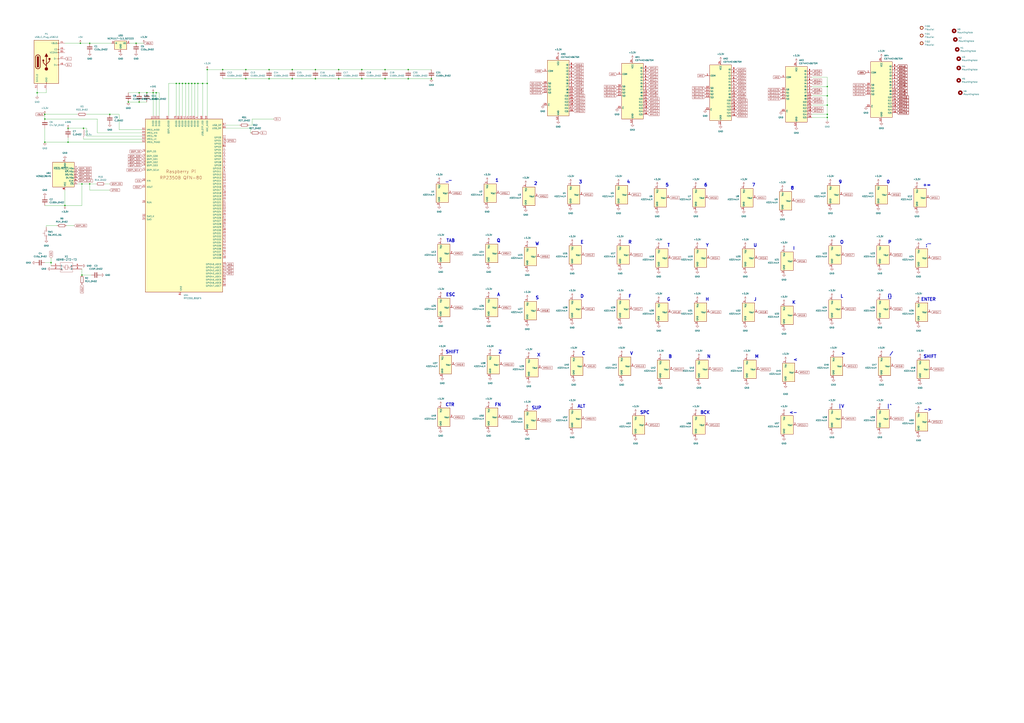
<source format=kicad_sch>
(kicad_sch (version 20250114) (generator "eeschema") (generator_version "9.0")
  (paper "A1")
  (text "{}" (at 730.758 243.586 0) (effects (font (size 2.54 2.54) (thickness 0.508) (bold yes))))
  (text "ESC" (at 370.078 242.316 0) (effects (font (size 2.54 2.54) (thickness 0.508) (bold yes))))
  (text "BCK" (at 579.12 339.09 0) (effects (font (size 2.54 2.54) (thickness 0.508) (bold yes))))
  (text "C" (at 479.298 290.576 0) (effects (font (size 2.54 2.54) (thickness 0.508) (bold yes))))
  (text "B" (at 550.418 293.116 0) (effects (font (size 2.54 2.54) (thickness 0.508) (bold yes))))
  (text "0" (at 729.488 149.606 0) (effects (font (size 2.54 2.54) (thickness 0.508) (bold yes))))
  (text "|^" (at 730.25 334.01 0) (effects (font (size 2.54 2.54) (thickness 0.508) (bold yes))))
  (text "O" (at 691.388 199.136 0) (effects (font (size 2.54 2.54) (thickness 0.508) (bold yes))))
  (text "8" (at 650.748 154.686 0) (effects (font (size 2.54 2.54) (thickness 0.508) (bold yes))))
  (text "ALT" (at 477.52 334.01 0) (effects (font (size 2.54 2.54) (thickness 0.508) (bold yes))))
  (text "CTR" (at 369.57 332.74 0) (effects (font (size 2.54 2.54) (thickness 0.508) (bold yes))))
  (text ";'\"" (at 762.508 201.676 0) (effects (font (size 2.54 2.54) (thickness 0.508) (bold yes))))
  (text "<-" (at 651.51 339.09 0) (effects (font (size 2.54 2.54) (thickness 0.508) (bold yes))))
  (text "Z" (at 410.718 289.306 0) (effects (font (size 2.54 2.54) (thickness 0.508) (bold yes))))
  (text "M" (at 621.538 293.116 0) (effects (font (size 2.54 2.54) (thickness 0.508) (bold yes))))
  (text "L" (at 691.388 243.586 0) (effects (font (size 2.54 2.54) (thickness 0.508) (bold yes))))
  (text "E" (at 478.028 199.136 0) (effects (font (size 2.54 2.54) (thickness 0.508) (bold yes))))
  (text "|V" (at 690.88 334.01 0) (effects (font (size 2.54 2.54) (thickness 0.508) (bold yes))))
  (text "+=" (at 761.238 152.146 0) (effects (font (size 2.54 2.54) (thickness 0.508) (bold yes))))
  (text "<" (at 653.288 295.656 0) (effects (font (size 2.54 2.54) (thickness 0.508) (bold yes))))
  (text "A" (at 409.448 242.316 0) (effects (font (size 2.54 2.54) (thickness 0.508) (bold yes))))
  (text "7" (at 618.998 152.146 0) (effects (font (size 2.54 2.54) (thickness 0.508) (bold yes))))
  (text "N" (at 582.168 293.116 0) (effects (font (size 2.54 2.54) (thickness 0.508) (bold yes))))
  (text "Q" (at 409.448 197.866 0) (effects (font (size 2.54 2.54) (thickness 0.508) (bold yes))))
  (text "H" (at 580.898 246.126 0) (effects (font (size 2.54 2.54) (thickness 0.508) (bold yes))))
  (text "X" (at 442.468 291.846 0) (effects (font (size 2.54 2.54) (thickness 0.508) (bold yes))))
  (text "T" (at 549.148 201.676 0) (effects (font (size 2.54 2.54) (thickness 0.508) (bold yes))))
  (text "P" (at 730.758 199.136 0) (effects (font (size 2.54 2.54) (thickness 0.508) (bold yes))))
  (text "SHIFT" (at 371.348 289.306 0) (effects (font (size 2.54 2.54) (thickness 0.508) (bold yes))))
  (text "1" (at 408.178 148.336 0) (effects (font (size 2.54 2.54) (thickness 0.508) (bold yes))))
  (text "J" (at 620.268 246.126 0) (effects (font (size 2.54 2.54) (thickness 0.508) (bold yes))))
  (text "3\n" (at 476.758 149.606 0) (effects (font (size 2.54 2.54) (thickness 0.508) (bold yes))))
  (text "G" (at 549.148 246.126 0) (effects (font (size 2.54 2.54) (thickness 0.508) (bold yes))))
  (text "5" (at 547.878 152.146 0) (effects (font (size 2.54 2.54) (thickness 0.508) (bold yes))))
  (text "_-" (at 368.808 148.336 0) (effects (font (size 2.54 2.54) (thickness 0.508) (bold yes))))
  (text "F" (at 517.398 243.586 0) (effects (font (size 2.54 2.54) (thickness 0.508) (bold yes))))
  (text "4" (at 516.128 149.606 0) (effects (font (size 2.54 2.54) (thickness 0.508) (bold yes))))
  (text "S" (at 441.198 244.856 0) (effects (font (size 2.54 2.54) (thickness 0.508) (bold yes))))
  (text "W" (at 441.198 200.406 0) (effects (font (size 2.54 2.54) (thickness 0.508) (bold yes))))
  (text "V" (at 518.668 290.576 0) (effects (font (size 2.54 2.54) (thickness 0.508) (bold yes))))
  (text "U" (at 620.268 201.676 0) (effects (font (size 2.54 2.54) (thickness 0.508) (bold yes))))
  (text "TAB\n" (at 370.078 197.866 0) (effects (font (size 2.54 2.54) (thickness 0.508) (bold yes))))
  (text "I" (at 652.018 204.216 0) (effects (font (size 2.54 2.54) (thickness 0.508) (bold yes))))
  (text "FN" (at 408.94 332.74 0) (effects (font (size 2.54 2.54) (thickness 0.508) (bold yes))))
  (text "9" (at 690.118 149.606 0) (effects (font (size 2.54 2.54) (thickness 0.508) (bold yes))))
  (text "D" (at 478.028 243.586 0) (effects (font (size 2.54 2.54) (thickness 0.508) (bold yes))))
  (text "R" (at 517.398 199.136 0) (effects (font (size 2.54 2.54) (thickness 0.508) (bold yes))))
  (text "K" (at 652.018 248.666 0) (effects (font (size 2.54 2.54) (thickness 0.508) (bold yes))))
  (text "2" (at 439.928 150.876 0) (effects (font (size 2.54 2.54) (thickness 0.508) (bold yes))))
  (text "Y" (at 580.898 201.676 0) (effects (font (size 2.54 2.54) (thickness 0.508) (bold yes))))
  (text "/" (at 732.028 290.576 0) (effects (font (size 2.54 2.54) (thickness 0.508) (bold yes))))
  (text "->" (at 762 336.55 0) (effects (font (size 2.54 2.54) (thickness 0.508) (bold yes))))
  (text "SUP" (at 440.69 335.28 0) (effects (font (size 2.54 2.54) (thickness 0.508) (bold yes))))
  (text ">" (at 692.658 290.576 0) (effects (font (size 2.54 2.54) (thickness 0.508) (bold yes))))
  (text "ENTER" (at 762.508 246.126 0) (effects (font (size 2.54 2.54) (thickness 0.508) (bold yes))))
  (text "SPC" (at 529.59 339.09 0) (effects (font (size 2.54 2.54) (thickness 0.508) (bold yes))))
  (text "6" (at 579.628 152.146 0) (effects (font (size 2.54 2.54) (thickness 0.508) (bold yes))))
  (text "SHIFT" (at 763.778 293.116 0) (effects (font (size 2.54 2.54) (thickness 0.508) (bold yes))))
  (junction (at 114.3 83.82))
  (junction (at 105.41 83.82))
  (junction (at 679.45 71.12))
  (junction (at 149.86 68.58))
  (junction (at 73.66 35.56))
  (junction (at 128.27 76.2))
  (junction (at 335.28 64.77))
  (junction (at 182.88 57.15))
  (junction (at 147.32 68.58))
  (junction (at 67.31 226.06))
  (junction (at 259.08 64.77))
  (junction (at 152.4 68.58))
  (junction (at 125.73 76.2))
  (junction (at 166.37 68.58))
  (junction (at 154.94 68.58))
  (junction (at 73.66 151.13))
  (junction (at 220.98 64.77))
  (junction (at 144.78 68.58))
  (junction (at 679.45 86.36))
  (junction (at 90.17 93.98))
  (junction (at 120.65 76.2))
  (junction (at 111.76 35.56))
  (junction (at 53.34 168.91))
  (junction (at 36.83 97.79))
  (junction (at 55.88 105.41))
  (junction (at 220.98 57.15))
  (junction (at 170.18 57.15))
  (junction (at 259.08 57.15))
  (junction (at 201.93 57.15))
  (junction (at 679.45 93.98))
  (junction (at 68.58 105.41))
  (junction (at 30.48 76.2))
  (junction (at 67.31 151.13))
  (junction (at 335.28 57.15))
  (junction (at 278.13 64.77))
  (junction (at 679.45 96.52))
  (junction (at 297.18 64.77))
  (junction (at 41.91 215.9))
  (junction (at 36.83 116.84))
  (junction (at 240.03 64.77))
  (junction (at 297.18 57.15))
  (junction (at 679.45 78.74))
  (junction (at 170.18 68.58))
  (junction (at 36.83 93.98))
  (junction (at 316.23 64.77))
  (junction (at 66.04 35.56))
  (junction (at 114.3 76.2))
  (junction (at 162.56 68.58))
  (junction (at 354.33 64.77))
  (junction (at 55.88 116.84))
  (junction (at 316.23 57.15))
  (junction (at 201.93 64.77))
  (junction (at 240.03 57.15))
  (junction (at 160.02 68.58))
  (junction (at 278.13 57.15))
  (junction (at 157.48 68.58))
  (wire (pts (xy 259.08 64.77) (xy 278.13 64.77)))
  (wire (pts (xy 335.28 64.77) (xy 354.33 64.77)))
  (wire (pts (xy 67.31 226.06) (xy 74.93 226.06)))
  (wire (pts (xy 666.75 63.5) (xy 679.45 63.5)))
  (wire (pts (xy 46.99 185.42) (xy 38.1 185.42)))
  (wire (pts (xy 73.66 35.56) (xy 91.44 35.56)))
  (wire (pts (xy 297.18 57.15) (xy 316.23 57.15)))
  (wire (pts (xy 111.76 35.56) (xy 118.11 35.56)))
  (wire (pts (xy 97.79 106.68) (xy 97.79 93.98)))
  (wire (pts (xy 67.31 168.91) (xy 53.34 168.91)))
  (wire (pts (xy 66.04 35.56) (xy 73.66 35.56)))
  (wire (pts (xy 30.48 76.2) (xy 30.48 78.74)))
  (wire (pts (xy 128.27 76.2) (xy 128.27 95.25)))
  (wire (pts (xy 106.68 35.56) (xy 111.76 35.56)))
  (wire (pts (xy 114.3 83.82) (xy 120.65 83.82)))
  (wire (pts (xy 201.93 57.15) (xy 220.98 57.15)))
  (wire (pts (xy 297.18 64.77) (xy 316.23 64.77)))
  (wire (pts (xy 144.78 68.58) (xy 144.78 95.25)))
  (wire (pts (xy 36.83 93.98) (xy 63.5 93.98)))
  (wire (pts (xy 170.18 57.15) (xy 182.88 57.15)))
  (wire (pts (xy 53.34 35.56) (xy 66.04 35.56)))
  (wire (pts (xy 316.23 64.77) (xy 335.28 64.77)))
  (wire (pts (xy 116.84 111.76) (xy 71.12 111.76)))
  (wire (pts (xy 666.75 96.52) (xy 679.45 96.52)))
  (wire (pts (xy 138.43 68.58) (xy 144.78 68.58)))
  (wire (pts (xy 335.28 57.15) (xy 354.33 57.15)))
  (wire (pts (xy 71.12 111.76) (xy 71.12 105.41)))
  (wire (pts (xy 147.32 68.58) (xy 149.86 68.58)))
  (wire (pts (xy 116.84 114.3) (xy 68.58 114.3)))
  (wire (pts (xy 67.31 151.13) (xy 67.31 168.91)))
  (wire (pts (xy 679.45 63.5) (xy 679.45 71.12)))
  (wire (pts (xy 71.12 93.98) (xy 90.17 93.98)))
  (wire (pts (xy 41.91 218.44) (xy 41.91 215.9)))
  (wire (pts (xy 144.78 68.58) (xy 147.32 68.58)))
  (wire (pts (xy 130.81 76.2) (xy 128.27 76.2)))
  (wire (pts (xy 154.94 68.58) (xy 157.48 68.58)))
  (wire (pts (xy 68.58 105.41) (xy 71.12 105.41)))
  (wire (pts (xy 207.01 97.79) (xy 224.79 97.79)))
  (wire (pts (xy 63.5 151.13) (xy 67.31 151.13)))
  (wire (pts (xy 67.31 220.98) (xy 67.31 226.06)))
  (wire (pts (xy 138.43 95.25) (xy 138.43 68.58)))
  (wire (pts (xy 205.74 109.22) (xy 205.74 105.41)))
  (wire (pts (xy 259.08 57.15) (xy 278.13 57.15)))
  (wire (pts (xy 38.1 76.2) (xy 30.48 76.2)))
  (wire (pts (xy 149.86 68.58) (xy 149.86 95.25)))
  (wire (pts (xy 116.84 116.84) (xy 55.88 116.84)))
  (wire (pts (xy 170.18 68.58) (xy 170.18 95.25)))
  (wire (pts (xy 116.84 106.68) (xy 97.79 106.68)))
  (wire (pts (xy 38.1 73.66) (xy 38.1 76.2)))
  (wire (pts (xy 162.56 68.58) (xy 166.37 68.58)))
  (wire (pts (xy 278.13 64.77) (xy 297.18 64.77)))
  (wire (pts (xy 166.37 68.58) (xy 170.18 68.58)))
  (wire (pts (xy 147.32 68.58) (xy 147.32 95.25)))
  (wire (pts (xy 666.75 71.12) (xy 679.45 71.12)))
  (wire (pts (xy 116.84 109.22) (xy 80.01 109.22)))
  (wire (pts (xy 80.01 97.79) (xy 36.83 97.79)))
  (wire (pts (xy 41.91 212.09) (xy 41.91 215.9)))
  (wire (pts (xy 679.45 71.12) (xy 679.45 78.74)))
  (wire (pts (xy 36.83 168.91) (xy 53.34 168.91)))
  (wire (pts (xy 240.03 64.77) (xy 259.08 64.77)))
  (wire (pts (xy 204.47 102.87) (xy 207.01 102.87)))
  (wire (pts (xy 316.23 57.15) (xy 335.28 57.15)))
  (wire (pts (xy 220.98 57.15) (xy 240.03 57.15)))
  (wire (pts (xy 679.45 86.36) (xy 679.45 93.98)))
  (wire (pts (xy 166.37 68.58) (xy 166.37 95.25)))
  (wire (pts (xy 130.81 95.25) (xy 130.81 76.2)))
  (wire (pts (xy 36.83 97.79) (xy 36.83 93.98)))
  (wire (pts (xy 55.88 116.84) (xy 55.88 113.03)))
  (wire (pts (xy 73.66 151.13) (xy 73.66 156.21)))
  (wire (pts (xy 278.13 57.15) (xy 297.18 57.15)))
  (wire (pts (xy 160.02 68.58) (xy 162.56 68.58)))
  (wire (pts (xy 220.98 64.77) (xy 240.03 64.77)))
  (wire (pts (xy 125.73 76.2) (xy 125.73 95.25)))
  (wire (pts (xy 86.36 151.13) (xy 90.17 151.13)))
  (wire (pts (xy 205.74 105.41) (xy 185.42 105.41)))
  (wire (pts (xy 67.31 151.13) (xy 73.66 151.13)))
  (wire (pts (xy 157.48 68.58) (xy 160.02 68.58)))
  (wire (pts (xy 201.93 64.77) (xy 220.98 64.77)))
  (wire (pts (xy 666.75 78.74) (xy 679.45 78.74)))
  (wire (pts (xy 53.34 156.21) (xy 53.34 168.91)))
  (wire (pts (xy 679.45 96.52) (xy 679.45 99.06)))
  (wire (pts (xy 149.86 68.58) (xy 152.4 68.58)))
  (wire (pts (xy 80.01 109.22) (xy 80.01 97.79)))
  (wire (pts (xy 679.45 78.74) (xy 679.45 86.36)))
  (wire (pts (xy 154.94 68.58) (xy 154.94 95.25)))
  (wire (pts (xy 54.61 185.42) (xy 60.96 185.42)))
  (wire (pts (xy 666.75 93.98) (xy 679.45 93.98)))
  (wire (pts (xy 240.03 57.15) (xy 259.08 57.15)))
  (wire (pts (xy 152.4 68.58) (xy 154.94 68.58)))
  (wire (pts (xy 185.42 102.87) (xy 196.85 102.87)))
  (wire (pts (xy 182.88 57.15) (xy 201.93 57.15)))
  (wire (pts (xy 160.02 68.58) (xy 160.02 95.25)))
  (wire (pts (xy 666.75 86.36) (xy 679.45 86.36)))
  (wire (pts (xy 162.56 68.58) (xy 162.56 95.25)))
  (wire (pts (xy 36.83 105.41) (xy 36.83 116.84)))
  (wire (pts (xy 73.66 151.13) (xy 78.74 151.13)))
  (wire (pts (xy 207.01 102.87) (xy 207.01 97.79)))
  (wire (pts (xy 73.66 156.21) (xy 90.17 156.21)))
  (wire (pts (xy 105.41 76.2) (xy 114.3 76.2)))
  (wire (pts (xy 97.79 93.98) (xy 90.17 93.98)))
  (wire (pts (xy 68.58 114.3) (xy 68.58 113.03)))
  (wire (pts (xy 105.41 83.82) (xy 114.3 83.82)))
  (wire (pts (xy 182.88 64.77) (xy 201.93 64.77)))
  (wire (pts (xy 114.3 76.2) (xy 120.65 76.2)))
  (wire (pts (xy 120.65 76.2) (xy 125.73 76.2)))
  (wire (pts (xy 30.48 73.66) (xy 30.48 76.2)))
  (wire (pts (xy 55.88 105.41) (xy 68.58 105.41)))
  (wire (pts (xy 170.18 68.58) (xy 170.18 57.15)))
  (wire (pts (xy 152.4 68.58) (xy 152.4 95.25)))
  (wire (pts (xy 679.45 93.98) (xy 679.45 96.52)))
  (wire (pts (xy 157.48 68.58) (xy 157.48 95.25)))
  (wire (pts (xy 36.83 116.84) (xy 55.88 116.84)))
  (wire (pts (xy 41.91 215.9) (xy 36.83 215.9)))
  (wire (pts (xy 38.1 185.42) (xy 38.1 186.69)))
  (wire (pts (xy 128.27 76.2) (xy 125.73 76.2)))
  (global_label "AM3:6" (shape input) (at 666.75 73.66 0) (property "Intersheetrefs" "${INTERSHEET_REFS}" (effects (hide yes))))
  (global_label "AM0:0" (shape input) (at 471.17 53.34 0) (property "Intersheetrefs" "${INTERSHEET_REFS}" (effects (hide yes))))
  (global_label "AM1:5" (shape input) (at 532.13 68.58 0) (property "Intersheetrefs" "${INTERSHEET_REFS}" (effects (hide yes))))
  (global_label "AM0:4" (shape input) (at 411.48 208.28 0) (property "Intersheetrefs" "${INTERSHEET_REFS}" (effects (hide yes))))
  (global_label "AM4:2" (shape input) (at 736.6 59.69 0) (effects (font (thickness 0.254) (bold yes))) (property "Intersheetrefs" "${INTERSHEET_REFS}" (effects (hide yes))))
  (global_label "VBUS" (shape input) (at 118.11 35.56 0) (property "Intersheetrefs" "${INTERSHEET_REFS}" (effects (hide yes))))
  (global_label "AM1:7" (shape input) (at 532.13 73.66 0) (property "Intersheetrefs" "${INTERSHEET_REFS}" (effects (hide yes))))
  (global_label "SELECT2" (shape input) (at 641.35 78.74 180) (property "Intersheetrefs" "${INTERSHEET_REFS}" (effects (hide yes))))
  (global_label "AM4:1" (shape input) (at 736.6 57.15 0) (effects (font (thickness 0.254) (bold yes))) (property "Intersheetrefs" "${INTERSHEET_REFS}" (effects (hide yes))))
  (global_label "AM2:4" (shape input) (at 582.93 212.09 0) (property "Intersheetrefs" "${INTERSHEET_REFS}" (effects (hide yes))))
  (global_label "AM0:7" (shape input) (at 471.17 71.12 0) (property "Intersheetrefs" "${INTERSHEET_REFS}" (effects (hide yes))))
  (global_label "AM4:5" (shape input) (at 736.6 67.31 0) (effects (font (thickness 0.254) (bold yes))) (property "Intersheetrefs" "${INTERSHEET_REFS}" (effects (hide yes))))
  (global_label "AM3:12" (shape input) (at 666.75 88.9 0) (property "Intersheetrefs" "${INTERSHEET_REFS}" (effects (hide yes))))
  (global_label "SELECT0" (shape input) (at 641.35 73.66 180) (property "Intersheetrefs" "${INTERSHEET_REFS}" (effects (hide yes))))
  (global_label "AM2:2" (shape input) (at 604.52 62.23 0) (property "Intersheetrefs" "${INTERSHEET_REFS}" (effects (hide yes))))
  (global_label "AM2:3" (shape input) (at 692.15 160.02 0) (property "Intersheetrefs" "${INTERSHEET_REFS}" (effects (hide yes))))
  (global_label "QSPI_SS" (shape input) (at 60.96 185.42 0) (property "Intersheetrefs" "${INTERSHEET_REFS}" (effects (hide yes))))
  (global_label "AM0:2" (shape input) (at 441.96 161.29 0) (property "Intersheetrefs" "${INTERSHEET_REFS}" (effects (hide yes))))
  (global_label "AM2:10" (shape input) (at 604.52 82.55 0) (property "Intersheetrefs" "${INTERSHEET_REFS}" (effects (hide yes))))
  (global_label "AM0:6" (shape input) (at 372.11 252.73 0) (property "Intersheetrefs" "${INTERSHEET_REFS}" (effects (hide yes))))
  (global_label "AM1:10" (shape input) (at 520.7 300.99 0) (property "Intersheetrefs" "${INTERSHEET_REFS}" (effects (hide yes))))
  (global_label "AM0:4" (shape input) (at 471.17 63.5 0) (property "Intersheetrefs" "${INTERSHEET_REFS}" (effects (hide yes))))
  (global_label "AM1:13" (shape input) (at 532.13 88.9 0) (property "Intersheetrefs" "${INTERSHEET_REFS}" (effects (hide yes))))
  (global_label "AM0:12" (shape input) (at 471.17 83.82 0) (property "Intersheetrefs" "${INTERSHEET_REFS}" (effects (hide yes))))
  (global_label "AM1:2" (shape input) (at 532.13 60.96 0) (property "Intersheetrefs" "${INTERSHEET_REFS}" (effects (hide yes))))
  (global_label "AM1:0" (shape input) (at 532.13 55.88 0) (property "Intersheetrefs" "${INTERSHEET_REFS}" (effects (hide yes))))
  (global_label "AM1" (shape input) (at 185.42 219.71 0) (property "Intersheetrefs" "${INTERSHEET_REFS}" (effects (hide yes))))
  (global_label "AM3:13" (shape input) (at 666.75 91.44 0) (property "Intersheetrefs" "${INTERSHEET_REFS}" (effects (hide yes))))
  (global_label "QSPI_SD1" (shape input) (at 63.5 143.51 0) (property "Intersheetrefs" "${INTERSHEET_REFS}" (effects (hide yes))))
  (global_label "QSPI_SD0" (shape input) (at 116.84 128.27 180) (property "Intersheetrefs" "${INTERSHEET_REFS}" (effects (hide yes))))
  (global_label "AM0:13" (shape input) (at 471.17 86.36 0) (property "Intersheetrefs" "${INTERSHEET_REFS}" (effects (hide yes))))
  (global_label "AM0" (shape input) (at 445.77 58.42 180) (property "Intersheetrefs" "${INTERSHEET_REFS}" (effects (hide yes))))
  (global_label "AM1:6" (shape input) (at 532.13 71.12 0) (property "Intersheetrefs" "${INTERSHEET_REFS}" (effects (hide yes))))
  (global_label "AM4:4" (shape input) (at 736.6 64.77 0) (effects (font (thickness 0.254) (bold yes))) (property "Intersheetrefs" "${INTERSHEET_REFS}" (effects (hide yes))))
  (global_label "AM0:11" (shape input) (at 444.5 302.26 0) (property "Intersheetrefs" "${INTERSHEET_REFS}" (effects (hide yes))))
  (global_label "AM0:14" (shape input) (at 471.17 88.9 0) (property "Intersheetrefs" "${INTERSHEET_REFS}" (effects (hide yes))))
  (global_label "AM4:6" (shape input) (at 736.6 69.85 0) (effects (font (thickness 0.254) (bold yes))) (property "Intersheetrefs" "${INTERSHEET_REFS}" (effects (hide yes))))
  (global_label "AM1:15" (shape input) (at 532.13 93.98 0) (property "Intersheetrefs" "${INTERSHEET_REFS}" (effects (hide yes))))
  (global_label "AM2:0" (shape input) (at 581.66 162.56 0) (property "Intersheetrefs" "${INTERSHEET_REFS}" (effects (hide yes))))
  (global_label "AM0:15" (shape input) (at 471.17 91.44 0) (property "Intersheetrefs" "${INTERSHEET_REFS}" (effects (hide yes))))
  (global_label "AM0:10" (shape input) (at 471.17 78.74 0) (property "Intersheetrefs" "${INTERSHEET_REFS}" (effects (hide yes))))
  (global_label "AM4:10" (shape input) (at 736.6 80.01 0) (effects (font (thickness 0.254) (bold yes))) (property "Intersheetrefs" "${INTERSHEET_REFS}" (effects (hide yes))))
  (global_label "AM3:0" (shape input) (at 666.75 58.42 0) (property "Intersheetrefs" "${INTERSHEET_REFS}" (effects (hide yes))))
  (global_label "AM3" (shape input) (at 185.42 224.79 0) (property "Intersheetrefs" "${INTERSHEET_REFS}" (effects (hide yes))))
  (global_label "AM1:6" (shape input) (at 480.06 254 0) (property "Intersheetrefs" "${INTERSHEET_REFS}" (effects (hide yes))))
  (global_label "SELECT3" (shape input) (at 506.73 78.74 180) (property "Intersheetrefs" "${INTERSHEET_REFS}" (effects (hide yes))))
  (global_label "D-" (shape input) (at 53.34 48.26 0) (property "Intersheetrefs" "${INTERSHEET_REFS}" (effects (hide yes))))
  (global_label "AM2:1" (shape input) (at 621.03 162.56 0) (property "Intersheetrefs" "${INTERSHEET_REFS}" (effects (hide yes))))
  (global_label "SELECT3" (shape input) (at 445.77 76.2 180) (property "Intersheetrefs" "${INTERSHEET_REFS}" (effects (hide yes))))
  (global_label "SELECT1" (shape input) (at 445.77 71.12 180) (property "Intersheetrefs" "${INTERSHEET_REFS}" (effects (hide yes))))
  (global_label "AM0:0" (shape input) (at 370.84 158.75 0) (property "Intersheetrefs" "${INTERSHEET_REFS}" (effects (hide yes))))
  (global_label "AM3:9" (shape input) (at 734.06 300.99 0) (property "Intersheetrefs" "${INTERSHEET_REFS}" (effects (hide yes))))
  (global_label "AM3:1" (shape input) (at 763.27 162.56 0) (property "Intersheetrefs" "${INTERSHEET_REFS}" (effects (hide yes))))
  (global_label "AM4:14" (shape input) (at 736.6 90.17 0) (effects (font (thickness 0.254) (bold yes))) (property "Intersheetrefs" "${INTERSHEET_REFS}" (effects (hide yes))))
  (global_label "AM3:1" (shape input) (at 666.75 60.96 0) (property "Intersheetrefs" "${INTERSHEET_REFS}" (effects (hide yes))))
  (global_label "XOUT" (shape input) (at 67.31 233.68 270) (property "Intersheetrefs" "${INTERSHEET_REFS}" (effects (hide yes))))
  (global_label "SELECT1" (shape input) (at 641.35 76.2 180) (property "Intersheetrefs" "${INTERSHEET_REFS}" (effects (hide yes))))
  (global_label "AM3:3" (shape input) (at 666.75 66.04 0) (property "Intersheetrefs" "${INTERSHEET_REFS}" (effects (hide yes))))
  (global_label "AM1:10" (shape input) (at 532.13 81.28 0) (property "Intersheetrefs" "${INTERSHEET_REFS}" (effects (hide yes))))
  (global_label "AM3:0" (shape input) (at 731.52 160.02 0) (property "Intersheetrefs" "${INTERSHEET_REFS}" (effects (hide yes))))
  (global_label "AM3" (shape input) (at 641.35 63.5 180) (property "Intersheetrefs" "${INTERSHEET_REFS}" (effects (hide yes))))
  (global_label "QSPI_SD0" (shape input) (at 63.5 146.05 0) (property "Intersheetrefs" "${INTERSHEET_REFS}" (effects (hide yes))))
  (global_label "AM4:0" (shape input) (at 736.6 54.61 0) (effects (font (thickness 0.254) (bold yes))) (property "Intersheetrefs" "${INTERSHEET_REFS}" (effects (hide yes))))
  (global_label "AM3:10" (shape input) (at 765.81 303.53 0) (property "Intersheetrefs" "${INTERSHEET_REFS}" (effects (hide yes))))
  (global_label "AM2:0" (shape input) (at 604.52 57.15 0) (property "Intersheetrefs" "${INTERSHEET_REFS}" (effects (hide yes))))
  (global_label "AM0:15" (shape input) (at 480.06 344.17 0) (property "Intersheetrefs" "${INTERSHEET_REFS}" (effects (hide yes))))
  (global_label "AM1:8" (shape input) (at 532.13 76.2 0) (property "Intersheetrefs" "${INTERSHEET_REFS}" (effects (hide yes))))
  (global_label "SELECT0" (shape input) (at 506.73 71.12 180) (property "Intersheetrefs" "${INTERSHEET_REFS}" (effects (hide yes))))
  (global_label "D+" (shape input) (at 224.79 97.79 0) (property "Intersheetrefs" "${INTERSHEET_REFS}" (effects (hide yes))))
  (global_label "AM0:13" (shape input) (at 411.48 342.9 0) (property "Intersheetrefs" "${INTERSHEET_REFS}" (effects (hide yes))))
  (global_label "SELECT0" (shape input) (at 445.77 68.58 180) (property "Intersheetrefs" "${INTERSHEET_REFS}" (effects (hide yes))))
  (global_label "AM1:0" (shape input) (at 478.79 160.02 0) (property "Intersheetrefs" "${INTERSHEET_REFS}" (effects (hide yes))))
  (global_label "AM4:7" (shape input) (at 736.6 72.39 0) (effects (font (thickness 0.254) (bold yes))) (property "Intersheetrefs" "${INTERSHEET_REFS}" (effects (hide yes))))
  (global_label "AM2:11" (shape input) (at 623.57 303.53 0) (property "Intersheetrefs" "${INTERSHEET_REFS}" (effects (hide yes))))
  (global_label "AM1:11" (shape input) (at 532.13 83.82 0) (property "Intersheetrefs" "${INTERSHEET_REFS}" (effects (hide yes))))
  (global_label "SELECT3" (shape input) (at 711.2 77.47 180) (property "Intersheetrefs" "${INTERSHEET_REFS}" (effects (hide yes))))
  (global_label "AM0:2" (shape input) (at 471.17 58.42 0) (property "Intersheetrefs" "${INTERSHEET_REFS}" (effects (hide yes))))
  (global_label "AM2:5" (shape input) (at 604.52 69.85 0) (property "Intersheetrefs" "${INTERSHEET_REFS}" (effects (hide yes))))
  (global_label "AM3:10" (shape input) (at 666.75 83.82 0) (property "Intersheetrefs" "${INTERSHEET_REFS}" (effects (hide yes))))
  (global_label "AM3:12" (shape input) (at 732.79 344.17 0) (property "Intersheetrefs" "${INTERSHEET_REFS}" (effects (hide yes))))
  (global_label "AM1:12" (shape input) (at 532.13 86.36 0) (property "Intersheetrefs" "${INTERSHEET_REFS}" (effects (hide yes))))
  (global_label "QSPI_SCLK" (shape input) (at 116.84 139.7 180) (property "Intersheetrefs" "${INTERSHEET_REFS}" (effects (hide yes))))
  (global_label "AM0:9" (shape input) (at 373.38 299.72 0) (property "Intersheetrefs" "${INTERSHEET_REFS}" (effects (hide yes))))
  (global_label "AM0" (shape input) (at 185.42 217.17 0) (property "Intersheetrefs" "${INTERSHEET_REFS}" (effects (hide yes))))
  (global_label "AM1:12" (shape input) (at 532.13 349.25 0) (property "Intersheetrefs" "${INTERSHEET_REFS}" (effects (hide yes))))
  (global_label "AM0:5" (shape input) (at 471.17 66.04 0) (property "Intersheetrefs" "${INTERSHEET_REFS}" (effects (hide yes))))
  (global_label "AM1:8" (shape input) (at 551.18 256.54 0) (property "Intersheetrefs" "${INTERSHEET_REFS}" (effects (hide yes))))
  (global_label "QSPI_SD2" (shape input) (at 63.5 140.97 0) (property "Intersheetrefs" "${INTERSHEET_REFS}" (effects (hide yes))))
  (global_label "AM0:8" (shape input) (at 471.17 73.66 0) (property "Intersheetrefs" "${INTERSHEET_REFS}" (effects (hide yes))))
  (global_label "AM2:6" (shape input) (at 604.52 72.39 0) (property "Intersheetrefs" "${INTERSHEET_REFS}" (effects (hide yes))))
  (global_label "QSPI_SCLK" (shape input) (at 63.5 148.59 0) (property "Intersheetrefs" "${INTERSHEET_REFS}" (effects (hide yes))))
  (global_label "AM2:9" (shape input) (at 604.52 80.01 0) (property "Intersheetrefs" "${INTERSHEET_REFS}" (effects (hide yes))))
  (global_label "AM3:6" (shape input) (at 732.79 254 0) (property "Intersheetrefs" "${INTERSHEET_REFS}" (effects (hide yes))))
  (global_label "AM0:5" (shape input) (at 443.23 210.82 0) (property "Intersheetrefs" "${INTERSHEET_REFS}" (effects (hide yes))))
  (global_label "AM2:15" (shape input) (at 604.52 95.25 0) (property "Intersheetrefs" "${INTERSHEET_REFS}" (effects (hide yes))))
  (global_label "SELECT2" (shape input) (at 506.73 76.2 180) (property "Intersheetrefs" "${INTERSHEET_REFS}" (effects (hide yes))))
  (global_label "SELECT2" (shape input) (at 711.2 74.93 180) (property "Intersheetrefs" "${INTERSHEET_REFS}" (effects (hide yes))))
  (global_label "AM4:8" (shape input) (at 736.6 74.93 0) (effects (font (thickness 0.254) (bold yes))) (property "Intersheetrefs" "${INTERSHEET_REFS}" (effects (hide yes))))
  (global_label "AM2:12" (shape input) (at 604.52 87.63 0) (property "Intersheetrefs" "${INTERSHEET_REFS}" (effects (hide yes))))
  (global_label "AM1:13" (shape input) (at 581.66 349.25 0) (property "Intersheetrefs" "${INTERSHEET_REFS}" (effects (hide yes))))
  (global_label "AM4" (shape input) (at 711.2 59.69 180) (effects (font (thickness 0.254) (bold yes))) (property "Intersheetrefs" "${INTERSHEET_REFS}" (effects (hide yes))))
  (global_label "AM0:3" (shape input) (at 471.17 60.96 0) (property "Intersheetrefs" "${INTERSHEET_REFS}" (effects (hide yes))))
  (global_label "AM1:1" (shape input) (at 532.13 58.42 0) (property "Intersheetrefs" "${INTERSHEET_REFS}" (effects (hide yes))))
  (global_label "SELECT2" (shape input) (at 579.12 77.47 180) (property "Intersheetrefs" "${INTERSHEET_REFS}" (effects (hide yes))))
  (global_label "AM1:9" (shape input) (at 532.13 78.74 0) (property "Intersheetrefs" "${INTERSHEET_REFS}" (effects (hide yes))))
  (global_label "QSPI_SD2" (shape input) (at 116.84 133.35 180) (property "Intersheetrefs" "${INTERSHEET_REFS}" (effects (hide yes))))
  (global_label "AM2" (shape input) (at 579.12 62.23 180) (property "Intersheetrefs" "${INTERSHEET_REFS}" (effects (hide yes))))
  (global_label "AM2:14" (shape input) (at 604.52 92.71 0) (property "Intersheetrefs" "${INTERSHEET_REFS}" (effects (hide yes))))
  (global_label "SELECT2" (shape input) (at 445.77 73.66 180) (property "Intersheetrefs" "${INTERSHEET_REFS}" (effects (hide yes))))
  (global_label "AM2:4" (shape input) (at 604.52 67.31 0) (property "Intersheetrefs" "${INTERSHEET_REFS}" (effects (hide yes))))
  (global_label "AM4:3" (shape input) (at 736.6 62.23 0) (effects (font (thickness 0.254) (bold yes))) (property "Intersheetrefs" "${INTERSHEET_REFS}" (effects (hide yes))))
  (global_label "QSPI_SS" (shape input) (at 116.84 124.46 180) (property "Intersheetrefs" "${INTERSHEET_REFS}" (effects (hide yes))))
  (global_label "SELECT3" (shape input) (at 641.35 81.28 180) (property "Intersheetrefs" "${INTERSHEET_REFS}" (effects (hide yes))))
  (global_label "AM2:2" (shape input) (at 652.78 165.1 0) (property "Intersheetrefs" "${INTERSHEET_REFS}" (effects (hide yes))))
  (global_label "AM0:3" (shape input) (at 372.11 208.28 0) (property "Intersheetrefs" "${INTERSHEET_REFS}" (effects (hide yes))))
  (global_label "AM2:6" (shape input) (at 654.05 214.63 0) (property "Intersheetrefs" "${INTERSHEET_REFS}" (effects (hide yes))))
  (global_label "AM1" (shape input) (at 506.73 60.96 180) (property "Intersheetrefs" "${INTERSHEET_REFS}" (effects (hide yes))))
  (global_label "VBUS" (shape input) (at 36.83 93.98 180) (property "Intersheetrefs" "${INTERSHEET_REFS}" (effects (hide yes))))
  (global_label "AM4:12" (shape input) (at 736.6 85.09 0) (effects (font (thickness 0.254) (bold yes))) (property "Intersheetrefs" "${INTERSHEET_REFS}" (effects (hide yes))))
  (global_label "AM2:7" (shape input) (at 693.42 209.55 0) (property "Intersheetrefs" "${INTERSHEET_REFS}" (effects (hide yes))))
  (global_label "AM1:15" (shape input) (at 582.93 256.54 0) (property "Intersheetrefs" "${INTERSHEET_REFS}" (effects (hide yes))))
  (global_label "AM0:8" (shape input) (at 443.23 255.27 0) (property "Intersheetrefs" "${INTERSHEET_REFS}" (effects (hide yes))))
  (global_label "AM0:12" (shape input) (at 372.11 342.9 0) (property "Intersheetrefs" "${INTERSHEET_REFS}" (effects (hide yes))))
  (global_label "AM2:3" (shape input) (at 604.52 64.77 0) (property "Intersheetrefs" "${INTERSHEET_REFS}" (effects (hide yes))))
  (global_label "AM0:1" (shape input) (at 471.17 55.88 0) (property "Intersheetrefs" "${INTERSHEET_REFS}" (effects (hide yes))))
  (global_label "AM3:3" (shape input) (at 732.79 209.55 0) (property "Intersheetrefs" "${INTERSHEET_REFS}" (effects (hide yes))))
  (global_label "AM0:11" (shape input) (at 471.17 81.28 0) (property "Intersheetrefs" "${INTERSHEET_REFS}" (effects (hide yes))))
  (global_label "AM2:12" (shape input) (at 655.32 306.07 0) (property "Intersheetrefs" "${INTERSHEET_REFS}" (effects (hide yes))))
  (global_label "AM1:3" (shape input) (at 532.13 63.5 0) (property "Intersheetrefs" "${INTERSHEET_REFS}" (effects (hide yes))))
  (global_label "AM1:1" (shape input) (at 518.16 160.02 0) (property "Intersheetrefs" "${INTERSHEET_REFS}" (effects (hide yes))))
  (global_label "AM0:10" (shape input) (at 412.75 299.72 0) (property "Intersheetrefs" "${INTERSHEET_REFS}" (effects (hide yes))))
  (global_label "SELECT1" (shape input) (at 506.73 73.66 180) (property "Intersheetrefs" "${INTERSHEET_REFS}" (effects (hide yes))))
  (global_label "GPIO1" (shape input) (at 90.17 156.21 0) (property "Intersheetrefs" "${INTERSHEET_REFS}" (effects (hide yes))))
  (global_label "SELECT0" (shape input) (at 579.12 72.39 180) (property "Intersheetrefs" "${INTERSHEET_REFS}" (effects (hide yes))))
  (global_label "AM0:9" (shape input) (at 471.17 76.2 0) (property "Intersheetrefs" "${INTERSHEET_REFS}" (effects (hide yes))))
  (global_label "AM2:13" (shape input) (at 604.52 90.17 0) (property "Intersheetrefs" "${INTERSHEET_REFS}" (effects (hide yes))))
  (global_label "AM0:1" (shape input) (at 410.21 158.75 0) (property "Intersheetrefs" "${INTERSHEET_REFS}" (effects (hide yes))))
  (global_label "AM1:9" (shape input) (at 481.33 300.99 0) (property "Intersheetrefs" "${INTERSHEET_REFS}" (effects (hide yes))))
  (global_label "AM2" (shape input) (at 185.42 222.25 0) (property "Intersheetrefs" "${INTERSHEET_REFS}" (effects (hide yes))))
  (global_label "AM1:5" (shape input) (at 551.18 212.09 0) (property "Intersheetrefs" "${INTERSHEET_REFS}" (effects (hide yes))))
  (global_label "SELECT1" (shape input) (at 579.12 74.93 180) (property "Intersheetrefs" "${INTERSHEET_REFS}" (effects (hide yes))))
  (global_label "AM2:15" (shape input) (at 693.42 344.17 0) (property "Intersheetrefs" "${INTERSHEET_REFS}" (effects (hide yes))))
  (global_label "XIN" (shape input) (at 41.91 212.09 90) (property "Intersheetrefs" "${INTERSHEET_REFS}" (effects (hide yes))))
  (global_label "AM2:11" (shape input) (at 604.52 85.09 0) (property "Intersheetrefs" "${INTERSHEET_REFS}" (effects (hide yes))))
  (global_label "SELECT1" (shape input) (at 711.2 72.39 180) (property "Intersheetrefs" "${INTERSHEET_REFS}" (effects (hide yes))))
  (global_label "XIN" (shape input) (at 116.84 148.59 180) (property "Intersheetrefs" "${INTERSHEET_REFS}" (effects (hide yes))))
  (global_label "AM3:4" (shape input) (at 666.75 68.58 0) (property "Intersheetrefs" "${INTERSHEET_REFS}" (effects (hide yes))))
  (global_label "AM2:14" (shape input) (at 654.05 349.25 0) (property "Intersheetrefs" "${INTERSHEET_REFS}" (effects (hide yes))))
  (global_label "AM4:15" (shape input) (at 736.6 92.71 0) (effects (font (thickness 0.254) (bold yes))) (property "Intersheetrefs" "${INTERSHEET_REFS}" (effects (hide yes))))
  (global_label "AM0:7" (shape input) (at 411.48 252.73 0) (property "Intersheetrefs" "${INTERSHEET_REFS}" (effects (hide yes))))
  (global_label "AM2:9" (shape input) (at 654.05 259.08 0) (property "Intersheetrefs" "${INTERSHEET_REFS}" (effects (hide yes))))
  (global_label "XOUT" (shape input) (at 116.84 153.67 180) (property "Intersheetrefs" "${INTERSHEET_REFS}" (effects (hide yes))))
  (global_label "AM4:13" (shape input) (at 736.6 87.63 0) (effects (font (thickness 0.254) (bold yes))) (property "Intersheetrefs" "${INTERSHEET_REFS}" (effects (hide yes))))
  (global_label "QSPI_SS" (shape input) (at 90.17 151.13 0) (property "Intersheetrefs" "${INTERSHEET_REFS}" (effects (hide yes))))
  (global_label "D-" (shape input) (at 213.36 109.22 0) (property "Intersheetrefs" "${INTERSHEET_REFS}" (effects (hide yes))))
  (global_label "AM1:11" (shape input) (at 552.45 303.53 0) (property "Intersheetrefs" "${INTERSHEET_REFS}" (effects (hide yes))))
  (global_label "AM2:5" (shape input) (at 622.3 212.09 0) (property "Intersheetrefs" "${INTERSHEET_REFS}" (effects (hide yes))))
  (global_label "AM3:4" (shape input) (at 764.54 212.09 0) (property "Intersheetrefs" "${INTERSHEET_REFS}" (effects (hide yes))))
  (global_label "AM1:3" (shape input) (at 480.06 209.55 0) (property "Intersheetrefs" "${INTERSHEET_REFS}" (effects (hide yes))))
  (global_label "QSPI_SD3" (shape input) (at 63.5 138.43 0) (property "Intersheetrefs" "${INTERSHEET_REFS}" (effects (hide yes))))
  (global_label "AM2:1" (shape input) (at 604.52 59.69 0) (property "Intersheetrefs" "${INTERSHEET_REFS}" (effects (hide yes))))
  (global_label "AM1:7" (shape input) (at 519.43 254 0) (property "Intersheetrefs" "${INTERSHEET_REFS}" (effects (hide yes))))
  (global_label "AM1:4" (shape input) (at 532.13 66.04 0) (property "Intersheetrefs" "${INTERSHEET_REFS}" (effects (hide yes))))
  (global_label "AM4:11" (shape input) (at 736.6 82.55 0) (effects (font (thickness 0.254) (bold yes))) (property "Intersheetrefs" "${INTERSHEET_REFS}" (effects (hide yes))))
  (global_label "AM0:6" (shape input) (at 471.17 68.58 0) (property "Intersheetrefs" "${INTERSHEET_REFS}" (effects (hide yes))))
  (global_label "GPIO1" (shape input) (at 185.42 115.57 0) (property "Intersheetrefs" "${INTERSHEET_REFS}" (effects (hide yes))))
  (global_label "QSPI_SD3" (shape input) (at 116.84 135.89 180) (property "Intersheetrefs" "${INTERSHEET_REFS}" (effects (hide yes))))
  (global_label "AM2:13" (shape input) (at 694.69 300.99 0) (property "Intersheetrefs" "${INTERSHEET_REFS}" (effects (hide yes))))
  (global_label "D+" (shape input) (at 53.34 53.34 0) (property "Intersheetrefs" "${INTERSHEET_REFS}" (effects (hide yes))))
  (global_label "AM1:14" (shape input) (at 532.13 91.44 0) (property "Intersheetrefs" "${INTERSHEET_REFS}" (effects (hide yes))))
  (global_label "SELECT0" (shape input) (at 711.2 69.85 180) (property "Intersheetrefs" "${INTERSHEET_REFS}" (effects (hide yes))))
  (global_label "AM0:14" (shape input) (at 443.23 345.44 0) (property "Intersheetrefs" "${INTERSHEET_REFS}" (effects (hide yes))))
  (global_label "AM3:7" (shape input) (at 666.75 76.2 0) (property "Intersheetrefs" "${INTERSHEET_REFS}" (effects (hide yes))))
  (global_label "AM3:13" (shape input) (at 764.54 346.71 0) (property "Intersheetrefs" "${INTERSHEET_REFS}" (effects (hide yes))))
  (global_label "AM3:7" (shape input) (at 764.54 256.54 0) (property "Intersheetrefs" "${INTERSHEET_REFS}" (effects (hide yes))))
  (global_label "AM2:8" (shape input) (at 622.3 256.54 0) (property "Intersheetrefs" "${INTERSHEET_REFS}" (effects (hide yes))))
  (global_label "QSPI_SD1" (shape input) (at 116.84 130.81 180) (property "Intersheetrefs" "${INTERSHEET_REFS}" (effects (hide yes))))
  (global_label "AM2:8" (shape input) (at 604.52 77.47 0) (property "Intersheetrefs" "${INTERSHEET_REFS}" (effects (hide yes))))
  (global_label "SELECT3" (shape input) (at 579.12 80.01 180) (property "Intersheetrefs" "${INTERSHEET_REFS}" (effects (hide yes))))
  (global_label "AM4:9" (shape input) (at 736.6 77.47 0) (effects (font (thickness 0.254) (bold yes))) (property "Intersheetrefs" "${INTERSHEET_REFS}" (effects (hide yes))))
  (global_label "AM1:14" (shape input) (at 584.2 303.53 0) (property "Intersheetrefs" "${INTERSHEET_REFS}" (effects (hide yes))))
  (global_label "AM3:9" (shape input) (at 666.75 81.28 0) (property "Intersheetrefs" "${INTERSHEET_REFS}" (effects (hide yes))))
  (global_label "AM1:4" (shape input) (at 519.43 209.55 0) (property "Intersheetrefs" "${INTERSHEET_REFS}" (effects (hide yes))))
  (global_label "AM1:2" (shape input) (at 549.91 162.56 0) (property "Intersheetrefs" "${INTERSHEET_REFS}" (effects (hide yes))))
  (global_label "AM2:10" (shape input) (at 693.42 254 0) (property "Intersheetrefs" "${INTERSHEET_REFS}" (effects (hide yes))))
  (global_label "AM2:7" (shape input) (at 604.52 74.93 0) (property "Intersheetrefs" "${INTERSHEET_REFS}" (effects (hide yes))))
  (symbol (lib_id "power:GND") (at 541.02 266.7 0) (unit 1)
    (property "Reference" "#PWR072" (effects (hide yes)))
    (property "Value" "GND" (at 541.02 271.78 0))
    (property "Description" "Power symbol creates a global label with name \"GND\" , ground" (effects (hide yes)))
  )
  (symbol (lib_id "Sensor_Magnetic:A3214xLH") (at 364.49 208.28 0) (unit 1)
    (property "Reference" "U13" (at 358.14 207.0099 0) (effects (justify right)))
    (property "Value" "A3214xLH" (at 358.14 209.5499 0) (effects (justify right)))
    (property "Footprint" "Package_TO_SOT_SMD:SOT-23W" (effects (hide yes)))
    (property "Datasheet" "http://www.allegromicro.com/~/media/Files/Datasheets/A3213-4-Datasheet.ashx" (effects (hide yes)))
    (property "Description" "Hall Effect Switch, bipolar, Bop = -48 or +42G, Brp = -38 or 32G, 2.4-5.5V supply, SOT-23W" (effects (hide yes)))
  )
  (symbol (lib_id "power:GND") (at 53.34 130.81 180) (unit 1)
    (property "Reference" "#PWR0146" (effects (hide yes)))
    (property "Value" "GND" (at 53.34 125.73 0))
    (property "Description" "Power symbol creates a global label with name \"GND\" , ground" (effects (hide yes)))
  )
  (symbol (lib_id "Sensor_Magnetic:A3214xLH") (at 524.51 349.25 0) (unit 1)
    (property "Reference" "U53" (at 518.16 347.9799 0) (effects (justify right)))
    (property "Value" "A3214xLH" (at 518.16 350.5199 0) (effects (justify right)))
    (property "Footprint" "Package_TO_SOT_SMD:SOT-23W" (effects (hide yes)))
    (property "Datasheet" "http://www.allegromicro.com/~/media/Files/Datasheets/A3213-4-Datasheet.ashx" (effects (hide yes)))
    (property "Description" "Hall Effect Switch, bipolar, Bop = -48 or +42G, Brp = -38 or 32G, 2.4-5.5V supply, SOT-23W" (effects (hide yes)))
  )
  (symbol (lib_id "power:+3.3V") (at 361.95 242.57 0) (unit 1)
    (property "Reference" "#PWR061" (effects (hide yes)))
    (property "Value" "+3.3V" (at 361.95 237.49 0))
    (property "Description" "Power symbol creates a global label with name \"+3.3V\"" (effects (hide yes)))
  )
  (symbol (lib_id "power:+3.3V") (at 642.62 154.94 0) (unit 1)
    (property "Reference" "#PWR029" (effects (hide yes)))
    (property "Value" "+3.3V" (at 642.62 149.86 0))
    (property "Description" "Power symbol creates a global label with name \"+3.3V\"" (effects (hide yes)))
  )
  (symbol (lib_id "power:+1V1") (at 125.73 76.2 0) (unit 1)
    (property "Reference" "#PWR0143" (effects (hide yes)))
    (property "Value" "+1V1" (at 125.73 71.12 0))
    (property "Description" "Power symbol creates a global label with name \"+1V1\"" (effects (hide yes)))
  )
  (symbol (lib_id "power:GND") (at 723.9 311.15 0) (unit 1)
    (property "Reference" "#PWR0106" (effects (hide yes)))
    (property "Value" "GND" (at 723.9 316.23 0))
    (property "Description" "Power symbol creates a global label with name \"GND\" , ground" (effects (hide yes)))
  )
  (symbol (lib_id "power:+3.3V") (at 643.89 248.92 0) (unit 1)
    (property "Reference" "#PWR077" (effects (hide yes)))
    (property "Value" "+3.3V" (at 643.89 243.84 0))
    (property "Description" "Power symbol creates a global label with name \"+3.3V\"" (effects (hide yes)))
  )
  (symbol (lib_id "power:+3.3V") (at 509.27 199.39 0) (unit 1)
    (property "Reference" "#PWR045" (effects (hide yes)))
    (property "Value" "+3.3V" (at 509.27 194.31 0))
    (property "Description" "Power symbol creates a global label with name \"+3.3V\"" (effects (hide yes)))
  )
  (symbol (lib_id "Sensor_Magnetic:A3214xLH") (at 756.92 346.71 0) (unit 1)
    (property "Reference" "U60" (at 750.57 345.4399 0) (effects (justify right)))
    (property "Value" "A3214xLH" (at 750.57 347.9799 0) (effects (justify right)))
    (property "Footprint" "Package_TO_SOT_SMD:SOT-23W" (effects (hide yes)))
    (property "Datasheet" "http://www.allegromicro.com/~/media/Files/Datasheets/A3213-4-Datasheet.ashx" (effects (hide yes)))
    (property "Description" "Hall Effect Switch, bipolar, Bop = -48 or +42G, Brp = -38 or 32G, 2.4-5.5V supply, SOT-23W" (effects (hide yes)))
  )
  (symbol (lib_id "power:+3.3V") (at 519.43 48.26 0) (unit 1)
    (property "Reference" "#PWR06" (effects (hide yes)))
    (property "Value" "+3.3V" (at 519.43 43.18 0))
    (property "Description" "Power symbol creates a global label with name \"+3.3V\"" (effects (hide yes)))
  )
  (symbol (lib_id "power:GND") (at 754.38 356.87 0) (unit 1)
    (property "Reference" "#PWR0132" (effects (hide yes)))
    (property "Value" "GND" (at 754.38 361.95 0))
    (property "Description" "Power symbol creates a global label with name \"GND\" , ground" (effects (hide yes)))
  )
  (symbol (lib_id "power:+3.3V") (at 53.34 168.91 180) (unit 1)
    (property "Reference" "#PWR0147" (effects (hide yes)))
    (property "Value" "+3.3V" (at 53.34 173.99 0))
    (property "Description" "Power symbol creates a global label with name \"+3.3V\"" (effects (hide yes)))
  )
  (symbol (lib_id "power:GND") (at 510.54 311.15 0) (unit 1)
    (property "Reference" "#PWR094" (effects (hide yes)))
    (property "Value" "GND" (at 510.54 316.23 0))
    (property "Description" "Power symbol creates a global label with name \"GND\" , ground" (effects (hide yes)))
  )
  (symbol (lib_id "power:+3.3V") (at 361.95 198.12 0) (unit 1)
    (property "Reference" "#PWR037" (effects (hide yes)))
    (property "Value" "+3.3V" (at 361.95 193.04 0))
    (property "Description" "Power symbol creates a global label with name \"+3.3V\"" (effects (hide yes)))
  )
  (symbol (lib_id "power:+3.3V") (at 468.63 149.86 0) (unit 1)
    (property "Reference" "#PWR019" (effects (hide yes)))
    (property "Value" "+3.3V" (at 468.63 144.78 0))
    (property "Description" "Power symbol creates a global label with name \"+3.3V\"" (effects (hide yes)))
  )
  (symbol (lib_id "power:GND") (at 641.35 91.44 0) (unit 1)
    (property "Reference" "#PWR011" (effects (hide yes)))
    (property "Value" "GND" (at 641.35 96.52 0))
    (property "Description" "Power symbol creates a global label with name \"GND\" , ground" (effects (hide yes)))
  )
  (symbol (lib_id "power:GND") (at 401.32 353.06 0) (unit 1)
    (property "Reference" "#PWR0112" (effects (hide yes)))
    (property "Value" "GND" (at 401.32 358.14 0))
    (property "Description" "Power symbol creates a global label with name \"GND\" , ground" (effects (hide yes)))
  )
  (symbol (lib_id "74xx:CD74HC4067SM") (at 458.47 71.12 0) (unit 1)
    (property "Reference" "AM0" (at 460.6133 44.45 0) (effects (justify left)))
    (property "Value" "CD74HC4067SM" (at 460.6133 46.99 0) (effects (justify left)))
    (property "Footprint" "Package_SO:SSOP-24_5.3x8.2mm_P0.65mm" (effects (hide yes)))
    (property "Datasheet" "http://www.ti.com/lit/ds/symlink/cd74hc4067.pdf" (effects (hide yes)))
    (property "Description" "High-Speed CMOS Logic 16-Channel Analog Multiplexer/Demultiplexer, SSOP-24" (effects (hide yes)))
  )
  (symbol (lib_id "power:+3.3V") (at 541.02 246.38 0) (unit 1)
    (property "Reference" "#PWR071" (effects (hide yes)))
    (property "Value" "+3.3V" (at 541.02 241.3 0))
    (property "Description" "Power symbol creates a global label with name \"+3.3V\"" (effects (hide yes)))
  )
  (symbol (lib_id "power:GND") (at 38.1 196.85 0) (unit 1)
    (property "Reference" "#PWR0149" (effects (hide yes)))
    (property "Value" "GND" (at 38.1 201.93 0))
    (property "Description" "Power symbol creates a global label with name \"GND\" , ground" (effects (hide yes)))
  )
  (symbol (lib_id "power:+3.3V") (at 755.65 293.37 0) (unit 1)
    (property "Reference" "#PWR0107" (effects (hide yes)))
    (property "Value" "+3.3V" (at 755.65 288.29 0))
    (property "Description" "Power symbol creates a global label with name \"+3.3V\"" (effects (hide yes)))
  )
  (symbol (lib_id "PCM_Capacitor_AKL:C_0402") (at 259.08 60.96 0) (unit 1)
    (property "Reference" "C16" (at 262.89 59.6899 0) (effects (justify left)))
    (property "Value" "C100n_0402" (at 262.89 62.2299 0) (effects (justify left)))
    (property "Footprint" "PCM_Capacitor_SMD_AKL:C_0402_1005Metric" (effects (hide yes)))
    (property "Description" "SMD 0402 MLCC capacitor, Alternate KiCad Library" (effects (hide yes)))
  )
  (symbol (lib_id "Sensor_Magnetic:A3214xLH") (at 543.56 256.54 0) (unit 1)
    (property "Reference" "U30" (at 537.21 255.2699 0) (effects (justify right)))
    (property "Value" "A3214xLH" (at 537.21 257.8099 0) (effects (justify right)))
    (property "Footprint" "Package_TO_SOT_SMD:SOT-23W" (effects (hide yes)))
    (property "Datasheet" "http://www.allegromicro.com/~/media/Files/Datasheets/A3213-4-Datasheet.ashx" (effects (hide yes)))
    (property "Description" "Hall Effect Switch, bipolar, Bop = -48 or +42G, Brp = -38 or 32G, 2.4-5.5V supply, SOT-23W" (effects (hide yes)))
  )
  (symbol (lib_id "power:GND") (at 509.27 219.71 0) (unit 1)
    (property "Reference" "#PWR046" (effects (hide yes)))
    (property "Value" "GND" (at 509.27 224.79 0))
    (property "Description" "Power symbol creates a global label with name \"GND\" , ground" (effects (hide yes)))
  )
  (symbol (lib_id "Sensor_Magnetic:A3214xLH") (at 646.43 349.25 0) (unit 1)
    (property "Reference" "U57" (at 640.08 347.9799 0) (effects (justify right)))
    (property "Value" "A3214xLH" (at 640.08 350.5199 0) (effects (justify right)))
    (property "Footprint" "Package_TO_SOT_SMD:SOT-23W" (effects (hide yes)))
    (property "Datasheet" "http://www.allegromicro.com/~/media/Files/Datasheets/A3213-4-Datasheet.ashx" (effects (hide yes)))
    (property "Description" "Hall Effect Switch, bipolar, Bop = -48 or +42G, Brp = -38 or 32G, 2.4-5.5V supply, SOT-23W" (effects (hide yes)))
  )
  (symbol (lib_id "power:GND") (at 506.73 88.9 0) (unit 1)
    (property "Reference" "#PWR04" (effects (hide yes)))
    (property "Value" "GND" (at 506.73 93.98 0))
    (property "Description" "Power symbol creates a global label with name \"GND\" , ground" (effects (hide yes)))
  )
  (symbol (lib_id "Sensor_Magnetic:A3214xLH") (at 613.41 162.56 0) (unit 1)
    (property "Reference" "U8" (at 607.06 161.2899 0) (effects (justify right)))
    (property "Value" "A3214xLH" (at 607.06 163.8299 0) (effects (justify right)))
    (property "Footprint" "Package_TO_SOT_SMD:SOT-23W" (effects (hide yes)))
    (property "Datasheet" "http://www.allegromicro.com/~/media/Files/Datasheets/A3213-4-Datasheet.ashx" (effects (hide yes)))
    (property "Description" "Hall Effect Switch, bipolar, Bop = -48 or +42G, Brp = -38 or 32G, 2.4-5.5V supply, SOT-23W" (effects (hide yes)))
  )
  (symbol (lib_id "Sensor_Magnetic:A3214xLH") (at 646.43 214.63 0) (unit 1)
    (property "Reference" "U21" (at 640.08 213.3599 0) (effects (justify right)))
    (property "Value" "A3214xLH" (at 640.08 215.8999 0) (effects (justify right)))
    (property "Footprint" "Package_TO_SOT_SMD:SOT-23W" (effects (hide yes)))
    (property "Datasheet" "http://www.allegromicro.com/~/media/Files/Datasheets/A3213-4-Datasheet.ashx" (effects (hide yes)))
    (property "Description" "Hall Effect Switch, bipolar, Bop = -48 or +42G, Brp = -38 or 32G, 2.4-5.5V supply, SOT-23W" (effects (hide yes)))
  )
  (symbol (lib_id "PCM_Capacitor_AKL:C_0402") (at 111.76 39.37 0) (unit 1)
    (property "Reference" "C5" (at 115.57 38.0999 0) (effects (justify left)))
    (property "Value" "C10u_0402" (at 115.57 40.6399 0) (effects (justify left)))
    (property "Footprint" "PCM_Capacitor_SMD_AKL:C_0402_1005Metric" (effects (hide yes)))
    (property "Description" "SMD 0402 MLCC capacitor, Alternate KiCad Library" (effects (hide yes)))
  )
  (symbol (lib_id "power:GND") (at 354.33 64.77 0) (unit 1)
    (property "Reference" "#PWR0145" (effects (hide yes)))
    (property "Value" "GND" (at 354.33 69.85 0))
    (property "Description" "Power symbol creates a global label with name \"GND\" , ground" (effects (hide yes)))
  )
  (symbol (lib_id "Sensor_Magnetic:A3214xLH") (at 575.31 212.09 0) (unit 1)
    (property "Reference" "U19" (at 568.96 210.8199 0) (effects (justify right)))
    (property "Value" "A3214xLH" (at 568.96 213.3599 0) (effects (justify right)))
    (property "Footprint" "Package_TO_SOT_SMD:SOT-23W" (effects (hide yes)))
    (property "Datasheet" "http://www.allegromicro.com/~/media/Files/Datasheets/A3213-4-Datasheet.ashx" (effects (hide yes)))
    (property "Description" "Hall Effect Switch, bipolar, Bop = -48 or +42G, Brp = -38 or 32G, 2.4-5.5V supply, SOT-23W" (effects (hide yes)))
  )
  (symbol (lib_id "power:+3.3V") (at 572.77 201.93 0) (unit 1)
    (property "Reference" "#PWR049" (effects (hide yes)))
    (property "Value" "+3.3V" (at 572.77 196.85 0))
    (property "Description" "Power symbol creates a global label with name \"+3.3V\"" (effects (hide yes)))
  )
  (symbol (lib_id "power:GND") (at 711.2 87.63 0) (unit 1)
    (property "Reference" "#PWR0119" (effects (hide yes)))
    (property "Value" "GND" (at 711.2 92.71 0))
    (property "Description" "Power symbol creates a global label with name \"GND\" , ground" (effects (hide yes)))
  )
  (symbol (lib_id "power:GND") (at 753.11 172.72 0) (unit 1)
    (property "Reference" "#PWR036" (effects (hide yes)))
    (property "Value" "GND" (at 753.11 177.8 0))
    (property "Description" "Power symbol creates a global label with name \"GND\" , ground" (effects (hide yes)))
  )
  (symbol (lib_id "Sensor_Magnetic:A3214xLH") (at 684.53 160.02 0) (unit 1)
    (property "Reference" "U10" (at 678.18 158.7499 0) (effects (justify right)))
    (property "Value" "A3214xLH" (at 678.18 161.2899 0) (effects (justify right)))
    (property "Footprint" "Package_TO_SOT_SMD:SOT-23W" (effects (hide yes)))
    (property "Datasheet" "http://www.allegromicro.com/~/media/Files/Datasheets/A3213-4-Datasheet.ashx" (effects (hide yes)))
    (property "Description" "Hall Effect Switch, bipolar, Bop = -48 or +42G, Brp = -38 or 32G, 2.4-5.5V supply, SOT-23W" (effects (hide yes)))
  )
  (symbol (lib_id "Switch:SW_MEC_5G") (at 38.1 191.77 90) (unit 1)
    (property "Reference" "SW1" (at 39.37 190.4999 90) (effects (justify right)))
    (property "Value" "SW_MEC_5G" (at 39.37 193.0399 90) (effects (justify right)))
    (property "Datasheet" "http://www.apem.com/int/index.php?controller=attachment&id_attachment=488" (effects (hide yes)))
    (property "Description" "MEC 5G single pole normally-open tactile switch" (effects (hide yes)))
  )
  (symbol (lib_id "power:+3.3V") (at 541.02 201.93 0) (unit 1)
    (property "Reference" "#PWR047" (effects (hide yes)))
    (property "Value" "+3.3V" (at 541.02 196.85 0))
    (property "Description" "Power symbol creates a global label with name \"+3.3V\"" (effects (hide yes)))
  )
  (symbol (lib_id "power:+3.3V") (at 572.77 246.38 0) (unit 1)
    (property "Reference" "#PWR073" (effects (hide yes)))
    (property "Value" "+3.3V" (at 572.77 241.3 0))
    (property "Description" "Power symbol creates a global label with name \"+3.3V\"" (effects (hide yes)))
  )
  (symbol (lib_id "power:+3.3V") (at 360.68 148.59 0) (unit 1)
    (property "Reference" "#PWR013" (effects (hide yes)))
    (property "Value" "+3.3V" (at 360.68 143.51 0))
    (property "Description" "Power symbol creates a global label with name \"+3.3V\"" (effects (hide yes)))
  )
  (symbol (lib_id "Sensor_Magnetic:A3214xLH") (at 434.34 161.29 0) (unit 1)
    (property "Reference" "U3" (at 427.99 160.0199 0) (effects (justify right)))
    (property "Value" "A3214xLH" (at 427.99 162.5599 0) (effects (justify right)))
    (property "Footprint" "Package_TO_SOT_SMD:SOT-23W" (effects (hide yes)))
    (property "Datasheet" "http://www.allegromicro.com/~/media/Files/Datasheets/A3213-4-Datasheet.ashx" (effects (hide yes)))
    (property "Description" "Hall Effect Switch, bipolar, Bop = -48 or +42G, Brp = -38 or 32G, 2.4-5.5V supply, SOT-23W" (effects (hide yes)))
  )
  (symbol (lib_id "power:GND") (at 41.91 220.98 270) (unit 1)
    (property "Reference" "#PWR0153" (effects (hide yes)))
    (property "Value" "GND" (at 38.1 220.9799 90) (effects (justify right)))
    (property "Description" "Power symbol creates a global label with name \"GND\" , ground" (effects (hide yes)))
  )
  (symbol (lib_id "Mechanical:MountingHole") (at 787.4 66.04 0) (unit 1) (in_bom no)
    (property "Reference" "H5" (at 789.94 64.7699 0) (effects (justify left)))
    (property "Value" "MountingHole" (at 789.94 67.3099 0) (effects (justify left)))
    (property "Description" "Mounting Hole without connection" (effects (hide yes)))
  )
  (symbol (lib_id "Sensor_Magnetic:A3214xLH") (at 614.68 256.54 0) (unit 1)
    (property "Reference" "U32" (at 608.33 255.2699 0) (effects (justify right)))
    (property "Value" "A3214xLH" (at 608.33 257.8099 0) (effects (justify right)))
    (property "Footprint" "Package_TO_SOT_SMD:SOT-23W" (effects (hide yes)))
    (property "Datasheet" "http://www.allegromicro.com/~/media/Files/Datasheets/A3213-4-Datasheet.ashx" (effects (hide yes)))
    (property "Description" "Hall Effect Switch, bipolar, Bop = -48 or +42G, Brp = -38 or 32G, 2.4-5.5V supply, SOT-23W" (effects (hide yes)))
  )
  (symbol (lib_id "power:GND") (at 29.21 215.9 270) (unit 1)
    (property "Reference" "#PWR0151" (effects (hide yes)))
    (property "Value" "GND" (at 25.4 215.8999 90) (effects (justify right)))
    (property "Description" "Power symbol creates a global label with name \"GND\" , ground" (effects (hide yes)))
  )
  (symbol (lib_id "power:+3.3V") (at 458.47 45.72 0) (unit 1)
    (property "Reference" "#PWR01" (effects (hide yes)))
    (property "Value" "+3.3V" (at 458.47 40.64 0))
    (property "Description" "Power symbol creates a global label with name \"+3.3V\"" (effects (hide yes)))
  )
  (symbol (lib_id "power:+3.3V") (at 643.89 204.47 0) (unit 1)
    (property "Reference" "#PWR053" (effects (hide yes)))
    (property "Value" "+3.3V" (at 643.89 199.39 0))
    (property "Description" "Power symbol creates a global label with name \"+3.3V\"" (effects (hide yes)))
  )
  (symbol (lib_id "power:+3.3V") (at 610.87 152.4 0) (unit 1)
    (property "Reference" "#PWR027" (effects (hide yes)))
    (property "Value" "+3.3V" (at 610.87 147.32 0))
    (property "Description" "Power symbol creates a global label with name \"+3.3V\"" (effects (hide yes)))
  )
  (symbol (lib_id "power:GND") (at 67.31 218.44 90) (unit 1)
    (property "Reference" "#PWR0152" (effects (hide yes)))
    (property "Value" "GND" (at 71.12 218.4399 90) (effects (justify right)))
    (property "Description" "Power symbol creates a global label with name \"GND\" , ground" (effects (hide yes)))
  )
  (symbol (lib_id "power:+3.3V") (at 643.89 339.09 0) (unit 1)
    (property "Reference" "#PWR0125" (effects (hide yes)))
    (property "Value" "+3.3V" (at 643.89 334.01 0))
    (property "Description" "Power symbol creates a global label with name \"+3.3V\"" (effects (hide yes)))
  )
  (symbol (lib_id "power:GND") (at 683.26 354.33 0) (unit 1)
    (property "Reference" "#PWR0128" (effects (hide yes)))
    (property "Value" "GND" (at 683.26 359.41 0))
    (property "Description" "Power symbol creates a global label with name \"GND\" , ground" (effects (hide yes)))
  )
  (symbol (lib_id "power:GND") (at 645.16 316.23 0) (unit 1)
    (property "Reference" "#PWR0102" (effects (hide yes)))
    (property "Value" "GND" (at 645.16 323.85 0))
    (property "Description" "Power symbol creates a global label with name \"GND\" , ground" (effects (hide yes)))
  )
  (symbol (lib_id "power:+3.3V") (at 521.97 339.09 0) (unit 1)
    (property "Reference" "#PWR0117" (effects (hide yes)))
    (property "Value" "+3.3V" (at 521.97 334.01 0))
    (property "Description" "Power symbol creates a global label with name \"+3.3V\"" (effects (hide yes)))
  )
  (symbol (lib_id "power:+3.3V") (at 722.63 334.01 0) (unit 1)
    (property "Reference" "#PWR0129" (effects (hide yes)))
    (property "Value" "+3.3V" (at 722.63 328.93 0))
    (property "Description" "Power symbol creates a global label with name \"+3.3V\"" (effects (hide yes)))
  )
  (symbol (lib_id "power:GND") (at 468.63 170.18 0) (unit 1)
    (property "Reference" "#PWR020" (effects (hide yes)))
    (property "Value" "GND" (at 468.63 175.26 0))
    (property "Description" "Power symbol creates a global label with name \"GND\" , ground" (effects (hide yes)))
  )
  (symbol (lib_id "power:+3.3V") (at 754.38 201.93 0) (unit 1)
    (property "Reference" "#PWR059" (effects (hide yes)))
    (property "Value" "+3.3V" (at 754.38 196.85 0))
    (property "Description" "Power symbol creates a global label with name \"+3.3V\"" (effects (hide yes)))
  )
  (symbol (lib_id "Mechanical:MountingHole") (at 784.6151 32.4712 0) (unit 1) (in_bom no)
    (property "Reference" "H2" (at 787.1551 31.2011 0) (effects (justify left)))
    (property "Value" "MountingHole" (at 787.1551 33.7411 0) (effects (justify left)))
    (property "Description" "Mounting Hole without connection" (effects (hide yes)))
  )
  (symbol (lib_id "Sensor_Magnetic:A3214xLH") (at 574.04 162.56 0) (unit 1)
    (property "Reference" "U7" (at 567.69 161.2899 0) (effects (justify right)))
    (property "Value" "A3214xLH" (at 567.69 163.8299 0) (effects (justify right)))
    (property "Footprint" "Package_TO_SOT_SMD:SOT-23W" (effects (hide yes)))
    (property "Datasheet" "http://www.allegromicro.com/~/media/Files/Datasheets/A3213-4-Datasheet.ashx" (effects (hide yes)))
    (property "Description" "Hall Effect Switch, bipolar, Bop = -48 or +42G, Brp = -38 or 32G, 2.4-5.5V supply, SOT-23W" (effects (hide yes)))
  )
  (symbol (lib_id "power:GND") (at 400.05 168.91 0) (unit 1)
    (property "Reference" "#PWR016" (effects (hide yes)))
    (property "Value" "GND" (at 400.05 173.99 0))
    (property "Description" "Power symbol creates a global label with name \"GND\" , ground" (effects (hide yes)))
  )
  (symbol (lib_id "power:+3.3V") (at 433.07 200.66 0) (unit 1)
    (property "Reference" "#PWR041" (effects (hide yes)))
    (property "Value" "+3.3V" (at 433.07 195.58 0))
    (property "Description" "Power symbol creates a global label with name \"+3.3V\"" (effects (hide yes)))
  )
  (symbol (lib_id "74xx:CD74HC4067SM") (at 519.43 73.66 0) (unit 1)
    (property "Reference" "AM1" (at 521.5733 46.99 0) (effects (justify left)))
    (property "Value" "CD74HC4067SM" (at 521.5733 49.53 0) (effects (justify left)))
    (property "Footprint" "Package_SO:SSOP-24_5.3x8.2mm_P0.65mm" (effects (hide yes)))
    (property "Datasheet" "http://www.ti.com/lit/ds/symlink/cd74hc4067.pdf" (effects (hide yes)))
    (property "Description" "High-Speed CMOS Logic 16-Channel Analog Multiplexer/Demultiplexer, SSOP-24" (effects (hide yes)))
  )
  (symbol (lib_id "Sensor_Magnetic:A3214xLH") (at 725.17 344.17 0) (unit 1)
    (property "Reference" "U59" (at 718.82 342.8999 0) (effects (justify right)))
    (property "Value" "A3214xLH" (at 718.82 345.4399 0) (effects (justify right)))
    (property "Footprint" "Package_TO_SOT_SMD:SOT-23W" (effects (hide yes)))
    (property "Datasheet" "http://www.allegromicro.com/~/media/Files/Datasheets/A3213-4-Datasheet.ashx" (effects (hide yes)))
    (property "Description" "Hall Effect Switch, bipolar, Bop = -48 or +42G, Brp = -38 or 32G, 2.4-5.5V supply, SOT-23W" (effects (hide yes)))
  )
  (symbol (lib_id "power:GND") (at 509.27 264.16 0) (unit 1)
    (property "Reference" "#PWR070" (effects (hide yes)))
    (property "Value" "GND" (at 509.27 269.24 0))
    (property "Description" "Power symbol creates a global label with name \"GND\" , ground" (effects (hide yes)))
  )
  (symbol (lib_id "power:+3.3V") (at 681.99 149.86 0) (unit 1)
    (property "Reference" "#PWR031" (effects (hide yes)))
    (property "Value" "+3.3V" (at 681.99 144.78 0))
    (property "Description" "Power symbol creates a global label with name \"+3.3V\"" (effects (hide yes)))
  )
  (symbol (lib_id "power:+3.3V") (at 469.9 334.01 0) (unit 1)
    (property "Reference" "#PWR0115" (effects (hide yes)))
    (property "Value" "+3.3V" (at 469.9 328.93 0))
    (property "Description" "Power symbol creates a global label with name \"+3.3V\"" (effects (hide yes)))
  )
  (symbol (lib_id "Sensor_Magnetic:A3214xLH") (at 402.59 158.75 0) (unit 1)
    (property "Reference" "U2" (at 396.24 157.4799 0) (effects (justify right)))
    (property "Value" "A3214xLH" (at 396.24 160.0199 0) (effects (justify right)))
    (property "Footprint" "Package_TO_SOT_SMD:SOT-23W" (effects (hide yes)))
    (property "Datasheet" "http://www.allegromicro.com/~/media/Files/Datasheets/A3213-4-Datasheet.ashx" (effects (hide yes)))
    (property "Description" "Hall Effect Switch, bipolar, Bop = -48 or +42G, Brp = -38 or 32G, 2.4-5.5V supply, SOT-23W" (effects (hide yes)))
  )
  (symbol (lib_id "power:+3.3V") (at 571.5 152.4 0) (unit 1)
    (property "Reference" "#PWR025" (effects (hide yes)))
    (property "Value" "+3.3V" (at 571.5 147.32 0))
    (property "Description" "Power symbol creates a global label with name \"+3.3V\"" (effects (hide yes)))
  )
  (symbol (lib_id "PCM_Capacitor_AKL:C_0402") (at 316.23 60.96 0) (unit 1)
    (property "Reference" "C19" (at 320.04 59.6899 0) (effects (justify left)))
    (property "Value" "C100n_0402" (at 320.04 62.2299 0) (effects (justify left)))
    (property "Footprint" "PCM_Capacitor_SMD_AKL:C_0402_1005Metric" (effects (hide yes)))
    (property "Description" "SMD 0402 MLCC capacitor, Alternate KiCad Library" (effects (hide yes)))
  )
  (symbol (lib_id "power:+3.3V") (at 401.32 242.57 0) (unit 1)
    (property "Reference" "#PWR063" (effects (hide yes)))
    (property "Value" "+3.3V" (at 401.32 237.49 0))
    (property "Description" "Power symbol creates a global label with name \"+3.3V\"" (effects (hide yes)))
  )
  (symbol (lib_id "PCM_Capacitor_AKL:C_0402") (at 220.98 60.96 0) (unit 1)
    (property "Reference" "C14" (at 224.79 59.6899 0) (effects (justify left)))
    (property "Value" "C100n_0402" (at 224.79 62.2299 0) (effects (justify left)))
    (property "Footprint" "PCM_Capacitor_SMD_AKL:C_0402_1005Metric" (effects (hide yes)))
    (property "Description" "SMD 0402 MLCC capacitor, Alternate KiCad Library" (effects (hide yes)))
  )
  (symbol (lib_id "74xx:CD74HC4067SM") (at 654.05 76.2 0) (unit 1)
    (property "Reference" "AM3" (at 656.1933 49.53 0) (effects (justify left)))
    (property "Value" "CD74HC4067SM" (at 656.1933 52.07 0) (effects (justify left)))
    (property "Footprint" "Package_SO:SSOP-24_5.3x8.2mm_P0.65mm" (effects (hide yes)))
    (property "Datasheet" "http://www.ti.com/lit/ds/symlink/cd74hc4067.pdf" (effects (hide yes)))
    (property "Description" "High-Speed CMOS Logic 16-Channel Analog Multiplexer/Demultiplexer, SSOP-24" (effects (hide yes)))
  )
  (symbol (lib_id "power:+3.3V") (at 509.27 243.84 0) (unit 1)
    (property "Reference" "#PWR069" (effects (hide yes)))
    (property "Value" "+3.3V" (at 509.27 238.76 0))
    (property "Description" "Power symbol creates a global label with name \"+3.3V\"" (effects (hide yes)))
  )
  (symbol (lib_id "Mechanical:MountingHole") (at 783.59 25.4 0) (unit 1) (in_bom no)
    (property "Reference" "H0" (at 786.13 24.1299 0) (effects (justify left)))
    (property "Value" "MountingHole" (at 786.13 26.6699 0) (effects (justify left)))
    (property "Description" "Mounting Hole without connection" (effects (hide yes)))
  )
  (symbol (lib_id "power:GND") (at 458.47 99.06 0) (unit 1)
    (property "Reference" "#PWR02" (effects (hide yes)))
    (property "Value" "GND" (at 458.47 104.14 0))
    (property "Description" "Power symbol creates a global label with name \"GND\" , ground" (effects (hide yes)))
  )
  (symbol (lib_id "power:+3.3V") (at 401.32 332.74 0) (unit 1)
    (property "Reference" "#PWR0111" (effects (hide yes)))
    (property "Value" "+3.3V" (at 401.32 327.66 0))
    (property "Description" "Power symbol creates a global label with name \"+3.3V\"" (effects (hide yes)))
  )
  (symbol (lib_id "PCM_Capacitor_AKL:C_0402") (at 73.66 39.37 0) (unit 1)
    (property "Reference" "C1" (at 77.47 38.0999 0) (effects (justify left)))
    (property "Value" "C10u_0402" (at 77.47 40.6399 0) (effects (justify left)))
    (property "Footprint" "PCM_Capacitor_SMD_AKL:C_0402_1005Metric" (effects (hide yes)))
    (property "Description" "SMD 0402 MLCC capacitor, Alternate KiCad Library" (effects (hide yes)))
  )
  (symbol (lib_id "Sensor_Magnetic:A3214xLH") (at 513.08 300.99 0) (unit 1)
    (property "Reference" "U41" (at 506.73 299.7199 0) (effects (justify right)))
    (property "Value" "A3214xLH" (at 506.73 302.2599 0) (effects (justify right)))
    (property "Footprint" "Package_TO_SOT_SMD:SOT-23W" (effects (hide yes)))
    (property "Datasheet" "http://www.allegromicro.com/~/media/Files/Datasheets/A3213-4-Datasheet.ashx" (effects (hide yes)))
    (property "Description" "Hall Effect Switch, bipolar, Bop = -48 or +42G, Brp = -38 or 32G, 2.4-5.5V supply, SOT-23W" (effects (hide yes)))
  )
  (symbol (lib_id "Rasp:RP2350_80QFN") (at 148.59 146.05 0) (unit 1)
    (property "Reference" "U54" (at 150.7333 242.57 0) (effects (justify left)))
    (property "Value" "RP2350_80QFN" (at 150.7333 245.11 0) (effects (justify left)))
    (property "Footprint" "rasp:RP2350-QFN-80-1EP_10x10_P0.4mm_EP3.4x3.4mm_ThermalVias" (effects (hide yes)))
  )
  (symbol (lib_id "PCM_Capacitor_AKL:C_0402") (at 105.41 80.01 0) (unit 1)
    (property "Reference" "C8" (at 109.22 78.7399 0) (effects (justify left)))
    (property "Value" "C100n_0402" (at 109.22 81.2799 0) (effects (justify left)))
    (property "Footprint" "PCM_Capacitor_SMD_AKL:C_0402_1005Metric" (effects (hide yes)))
    (property "Description" "SMD 0402 MLCC capacitor, Alternate KiCad Library" (effects (hide yes)))
  )
  (symbol (lib_id "PCM_Capacitor_AKL:C_0402") (at 335.28 60.96 0) (unit 1)
    (property "Reference" "C20" (at 339.09 59.6899 0) (effects (justify left)))
    (property "Value" "C100n_0402" (at 339.09 62.2299 0) (effects (justify left)))
    (property "Footprint" "PCM_Capacitor_SMD_AKL:C_0402_1005Metric" (effects (hide yes)))
    (property "Description" "SMD 0402 MLCC capacitor, Alternate KiCad Library" (effects (hide yes)))
  )
  (symbol (lib_id "power:GND") (at 111.76 43.18 0) (unit 1)
    (property "Reference" "#PWR0141" (effects (hide yes)))
    (property "Value" "GND" (at 111.76 48.26 0))
    (property "Description" "Power symbol creates a global label with name \"GND\" , ground" (effects (hide yes)))
  )
  (symbol (lib_id "power:+3.3V") (at 753.11 152.4 0) (unit 1)
    (property "Reference" "#PWR035" (effects (hide yes)))
    (property "Value" "+3.3V" (at 753.11 147.32 0))
    (property "Description" "Power symbol creates a global label with name \"+3.3V\"" (effects (hide yes)))
  )
  (symbol (lib_id "RASP_OSC:ABM8-272-T3") (at 41.91 218.44 0) (unit 1)
    (property "Reference" "X1" (at 54.61 210.82 0) (effects (font (size 1.524 1.524))))
    (property "Value" "ABM8-272-T3" (at 54.61 213.36 0) (effects (font (size 1.524 1.524))))
    (property "Footprint" "ABM8-272-T3_ABR" (effects (hide yes)))
    (property "Datasheet" "ABM8-272-T3" (effects (hide yes)))
  )
  (symbol (lib_id "Sensor_Magnetic:A3214xLH") (at 576.58 303.53 0) (unit 1)
    (property "Reference" "U43" (at 570.23 302.2599 0) (effects (justify right)))
    (property "Value" "A3214xLH" (at 570.23 304.7999 0) (effects (justify right)))
    (property "Footprint" "Package_TO_SOT_SMD:SOT-23W" (effects (hide yes)))
    (property "Datasheet" "http://www.allegromicro.com/~/media/Files/Datasheets/A3213-4-Datasheet.ashx" (effects (hide yes)))
    (property "Description" "Hall Effect Switch, bipolar, Bop = -48 or +42G, Brp = -38 or 32G, 2.4-5.5V supply, SOT-23W" (effects (hide yes)))
  )
  (symbol (lib_id "PCM_Capacitor_AKL:C_0402") (at 90.17 97.79 0) (unit 1)
    (property "Reference" "C9" (at 93.98 96.5199 0) (effects (justify left)))
    (property "Value" "C_0402" (at 93.98 99.0599 0) (effects (justify left)))
    (property "Footprint" "PCM_Capacitor_SMD_AKL:C_0402_1005Metric" (effects (hide yes)))
    (property "Description" "SMD 0402 MLCC capacitor, Alternate KiCad Library" (effects (hide yes)))
  )
  (symbol (lib_id "power:GND") (at 722.63 219.71 0) (unit 1)
    (property "Reference" "#PWR058" (effects (hide yes)))
    (property "Value" "GND" (at 722.63 224.79 0))
    (property "Description" "Power symbol creates a global label with name \"GND\" , ground" (effects (hide yes)))
  )
  (symbol (lib_id "Sensor_Magnetic:A3214xLH") (at 511.81 254 0) (unit 1)
    (property "Reference" "U29" (at 505.46 252.7299 0) (effects (justify right)))
    (property "Value" "A3214xLH" (at 505.46 255.2699 0) (effects (justify right)))
    (property "Footprint" "Package_TO_SOT_SMD:SOT-23W" (effects (hide yes)))
    (property "Datasheet" "http://www.allegromicro.com/~/media/Files/Datasheets/A3213-4-Datasheet.ashx" (effects (hide yes)))
    (property "Description" "Hall Effect Switch, bipolar, Bop = -48 or +42G, Brp = -38 or 32G, 2.4-5.5V supply, SOT-23W" (effects (hide yes)))
  )
  (symbol (lib_id "power:GND") (at 579.12 90.17 0) (unit 1)
    (property "Reference" "#PWR08" (effects (hide yes)))
    (property "Value" "GND" (at 579.12 95.25 0))
    (property "Description" "Power symbol creates a global label with name \"GND\" , ground" (effects (hide yes)))
  )
  (symbol (lib_id "power:GND") (at 571.5 359.41 0) (unit 1)
    (property "Reference" "#PWR0124" (effects (hide yes)))
    (property "Value" "GND" (at 571.5 364.49 0))
    (property "Description" "Power symbol creates a global label with name \"GND\" , ground" (effects (hide yes)))
  )
  (symbol (lib_id "power:+3.3V") (at 612.14 246.38 0) (unit 1)
    (property "Reference" "#PWR075" (effects (hide yes)))
    (property "Value" "+3.3V" (at 612.14 241.3 0))
    (property "Description" "Power symbol creates a global label with name \"+3.3V\"" (effects (hide yes)))
  )
  (symbol (lib_id "Connector:USB_C_Plug_USB2.0") (at 38.1 50.8 0) (unit 1)
    (property "Reference" "P1" (at 38.1 27.94 0))
    (property "Value" "USB_C_Plug_USB2.0" (at 38.1 30.48 0))
    (property "Datasheet" "https://www.usb.org/sites/default/files/documents/usb_type-c.zip" (effects (hide yes)))
    (property "Description" "USB 2.0-only Type-C Plug connector" (effects (hide yes)))
  )
  (symbol (lib_id "Sensor_Magnetic:A3214xLH") (at 510.54 160.02 0) (unit 1)
    (property "Reference" "U5" (at 504.19 158.7499 0) (effects (justify right)))
    (property "Value" "A3214xLH" (at 504.19 161.2899 0) (effects (justify right)))
    (property "Footprint" "Package_TO_SOT_SMD:SOT-23W" (effects (hide yes)))
    (property "Datasheet" "http://www.allegromicro.com/~/media/Files/Datasheets/A3213-4-Datasheet.ashx" (effects (hide yes)))
    (property "Description" "Hall Effect Switch, bipolar, Bop = -48 or +42G, Brp = -38 or 32G, 2.4-5.5V supply, SOT-23W" (effects (hide yes)))
  )
  (symbol (lib_id "power:+3.3V") (at 754.38 246.38 0) (unit 1)
    (property "Reference" "#PWR083" (effects (hide yes)))
    (property "Value" "+3.3V" (at 754.38 241.3 0))
    (property "Description" "Power symbol creates a global label with name \"+3.3V\"" (effects (hide yes)))
  )
  (symbol (lib_id "Sensor_Magnetic:A3214xLH") (at 575.31 256.54 0) (unit 1)
    (property "Reference" "U31" (at 568.96 255.2699 0) (effects (justify right)))
    (property "Value" "A3214xLH" (at 568.96 257.8099 0) (effects (justify right)))
    (property "Footprint" "Package_TO_SOT_SMD:SOT-23W" (effects (hide yes)))
    (property "Datasheet" "http://www.allegromicro.com/~/media/Files/Datasheets/A3213-4-Datasheet.ashx" (effects (hide yes)))
    (property "Description" "Hall Effect Switch, bipolar, Bop = -48 or +42G, Brp = -38 or 32G, 2.4-5.5V supply, SOT-23W" (effects (hide yes)))
  )
  (symbol (lib_id "Sensor_Magnetic:A3214xLH") (at 403.86 208.28 0) (unit 1)
    (property "Reference" "U14" (at 397.51 207.0099 0) (effects (justify right)))
    (property "Value" "A3214xLH" (at 397.51 209.5499 0) (effects (justify right)))
    (property "Footprint" "Package_TO_SOT_SMD:SOT-23W" (effects (hide yes)))
    (property "Datasheet" "http://www.allegromicro.com/~/media/Files/Datasheets/A3213-4-Datasheet.ashx" (effects (hide yes)))
    (property "Description" "Hall Effect Switch, bipolar, Bop = -48 or +42G, Brp = -38 or 32G, 2.4-5.5V supply, SOT-23W" (effects (hide yes)))
  )
  (symbol (lib_id "power:GND") (at 612.14 266.7 0) (unit 1)
    (property "Reference" "#PWR076" (effects (hide yes)))
    (property "Value" "GND" (at 612.14 271.78 0))
    (property "Description" "Power symbol creates a global label with name \"GND\" , ground" (effects (hide yes)))
  )
  (symbol (lib_id "power:GND") (at 521.97 359.41 0) (unit 1)
    (property "Reference" "#PWR0118" (effects (hide yes)))
    (property "Value" "GND" (at 521.97 364.49 0))
    (property "Description" "Power symbol creates a global label with name \"GND\" , ground" (effects (hide yes)))
  )
  (symbol (lib_id "power:+3.3V") (at 170.18 57.15 0) (unit 1)
    (property "Reference" "#PWR0144" (effects (hide yes)))
    (property "Value" "+3.3V" (at 170.18 52.07 0))
    (property "Description" "Power symbol creates a global label with name \"+3.3V\"" (effects (hide yes)))
  )
  (symbol (lib_id "Sensor_Magnetic:A3214xLH") (at 472.44 209.55 0) (unit 1)
    (property "Reference" "U16" (at 466.09 208.2799 0) (effects (justify right)))
    (property "Value" "A3214xLH" (at 466.09 210.8199 0) (effects (justify right)))
    (property "Footprint" "Package_TO_SOT_SMD:SOT-23W" (effects (hide yes)))
    (property "Datasheet" "http://www.allegromicro.com/~/media/Files/Datasheets/A3213-4-Datasheet.ashx" (effects (hide yes)))
    (property "Description" "Hall Effect Switch, bipolar, Bop = -48 or +42G, Brp = -38 or 32G, 2.4-5.5V supply, SOT-23W" (effects (hide yes)))
  )
  (symbol (lib_id "power:+5V") (at 66.04 35.56 0) (unit 1)
    (property "Reference" "#PWR0137" (effects (hide yes)))
    (property "Value" "+5V" (at 66.04 30.48 0))
    (property "Description" "Power symbol creates a global label with name \"+5V\"" (effects (hide yes)))
  )
  (symbol (lib_id "power:+3.3V") (at 433.07 335.28 0) (unit 1)
    (property "Reference" "#PWR0113" (effects (hide yes)))
    (property "Value" "+3.3V" (at 433.07 330.2 0))
    (property "Description" "Power symbol creates a global label with name \"+3.3V\"" (effects (hide yes)))
  )
  (symbol (lib_id "Mechanical:Fiducial") (at 756.92 22.86 0) (unit 1) (in_bom no)
    (property "Reference" "FID0" (at 759.46 21.5899 0) (effects (justify left)))
    (property "Value" "Fiducial" (at 759.46 24.1299 0) (effects (justify left)))
    (property "Description" "Fiducial Marker" (effects (hide yes)))
  )
  (symbol (lib_id "power:+3.3V") (at 401.32 198.12 0) (unit 1)
    (property "Reference" "#PWR039" (effects (hide yes)))
    (property "Value" "+3.3V" (at 401.32 193.04 0))
    (property "Description" "Power symbol creates a global label with name \"+3.3V\"" (effects (hide yes)))
  )
  (symbol (lib_id "power:GND") (at 402.59 309.88 0) (unit 1)
    (property "Reference" "#PWR088" (effects (hide yes)))
    (property "Value" "GND" (at 402.59 314.96 0))
    (property "Description" "Power symbol creates a global label with name \"GND\" , ground" (effects (hide yes)))
  )
  (symbol (lib_id "power:GND") (at 445.77 86.36 0) (unit 1)
    (property "Reference" "#PWR03" (effects (hide yes)))
    (property "Value" "GND" (at 445.77 91.44 0))
    (property "Description" "Power symbol creates a global label with name \"GND\" , ground" (effects (hide yes)))
  )
  (symbol (lib_id "Regulator_Linear:NCP1117-3.3_SOT223") (at 99.06 35.56 0) (unit 1)
    (property "Reference" "U55" (at 99.06 29.21 0))
    (property "Value" "NCP1117-3.3_SOT223" (at 99.06 31.75 0))
    (property "Footprint" "Package_TO_SOT_SMD:SOT-223-3_TabPin2" (effects (hide yes)))
    (property "Datasheet" "http://www.onsemi.com/pub_link/Collateral/NCP1117-D.PDF" (effects (hide yes)))
    (property "Description" "1A Low drop-out regulator, Fixed Output 3.3V, SOT-223" (effects (hide yes)))
  )
  (symbol (lib_id "power:+3.3V") (at 574.04 293.37 0) (unit 1)
    (property "Reference" "#PWR097" (effects (hide yes)))
    (property "Value" "+3.3V" (at 574.04 288.29 0))
    (property "Description" "Power symbol creates a global label with name \"+3.3V\"" (effects (hide yes)))
  )
  (symbol (lib_id "power:+3.3V") (at 118.11 35.56 0) (unit 1)
    (property "Reference" "#PWR0154" (effects (hide yes)))
    (property "Value" "+3.3V" (at 118.11 30.48 0))
    (property "Description" "Power symbol creates a global label with name \"+3.3V\"" (effects (hide yes)))
  )
  (symbol (lib_id "Sensor_Magnetic:A3214xLH") (at 723.9 160.02 0) (unit 1)
    (property "Reference" "U11" (at 717.55 158.7499 0) (effects (justify right)))
    (property "Value" "A3214xLH" (at 717.55 161.2899 0) (effects (justify right)))
    (property "Footprint" "Package_TO_SOT_SMD:SOT-23W" (effects (hide yes)))
    (property "Datasheet" "http://www.allegromicro.com/~/media/Files/Datasheets/A3213-4-Datasheet.ashx" (effects (hide yes)))
    (property "Description" "Hall Effect Switch, bipolar, Bop = -48 or +42G, Brp = -38 or 32G, 2.4-5.5V supply, SOT-23W" (effects (hide yes)))
  )
  (symbol (lib_id "power:GND") (at 683.26 219.71 0) (unit 1)
    (property "Reference" "#PWR056" (effects (hide yes)))
    (property "Value" "GND" (at 683.26 224.79 0))
    (property "Description" "Power symbol creates a global label with name \"GND\" , ground" (effects (hide yes)))
  )
  (symbol (lib_id "power:GND") (at 643.89 359.41 0) (unit 1)
    (property "Reference" "#PWR0126" (effects (hide yes)))
    (property "Value" "GND" (at 643.89 364.49 0))
    (property "Description" "Power symbol creates a global label with name \"GND\" , ground" (effects (hide yes)))
  )
  (symbol (lib_id "Sensor_Magnetic:A3214xLH") (at 687.07 300.99 0) (unit 1)
    (property "Reference" "U46" (at 680.72 299.7199 0) (effects (justify right)))
    (property "Value" "A3214xLH" (at 680.72 302.2599 0) (effects (justify right)))
    (property "Footprint" "Package_TO_SOT_SMD:SOT-23W" (effects (hide yes)))
    (property "Datasheet" "http://www.allegromicro.com/~/media/Files/Datasheets/A3213-4-Datasheet.ashx" (effects (hide yes)))
    (property "Description" "Hall Effect Switch, bipolar, Bop = -48 or +42G, Brp = -38 or 32G, 2.4-5.5V supply, SOT-23W" (effects (hide yes)))
  )
  (symbol (lib_id "Sensor_Magnetic:A3214xLH") (at 725.17 209.55 0) (unit 1)
    (property "Reference" "U23" (at 718.82 208.2799 0) (effects (justify right)))
    (property "Value" "A3214xLH" (at 718.82 210.8199 0) (effects (justify right)))
    (property "Footprint" "Package_TO_SOT_SMD:SOT-23W" (effects (hide yes)))
    (property "Datasheet" "http://www.allegromicro.com/~/media/Files/Datasheets/A3213-4-Datasheet.ashx" (effects (hide yes)))
    (property "Description" "Hall Effect Switch, bipolar, Bop = -48 or +42G, Brp = -38 or 32G, 2.4-5.5V supply, SOT-23W" (effects (hide yes)))
  )
  (symbol (lib_id "power:+1V1") (at 55.88 105.41 0) (unit 1)
    (property "Reference" "#PWR0136" (effects (hide yes)))
    (property "Value" "+1V1" (at 55.88 100.33 0))
    (property "Description" "Power symbol creates a global label with name \"+1V1\"" (effects (hide yes)))
  )
  (symbol (lib_id "power:GND") (at 30.48 78.74 0) (unit 1)
    (property "Reference" "#PWR0138" (effects (hide yes)))
    (property "Value" "GND" (at 30.48 83.82 0))
    (property "Description" "Power symbol creates a global label with name \"GND\" , ground" (effects (hide yes)))
  )
  (symbol (lib_id "power:+3.3V") (at 433.07 245.11 0) (unit 1)
    (property "Reference" "#PWR065" (effects (hide yes)))
    (property "Value" "+3.3V" (at 433.07 240.03 0))
    (property "Description" "Power symbol creates a global label with name \"+3.3V\"" (effects (hide yes)))
  )
  (symbol (lib_id "power:GND") (at 469.9 264.16 0) (unit 1)
    (property "Reference" "#PWR068" (effects (hide yes)))
    (property "Value" "GND" (at 469.9 269.24 0))
    (property "Description" "Power symbol creates a global label with name \"GND\" , ground" (effects (hide yes)))
  )
  (symbol (lib_id "power:GND") (at 642.62 175.26 0) (unit 1)
    (property "Reference" "#PWR030" (effects (hide yes)))
    (property "Value" "GND" (at 642.62 180.34 0))
    (property "Description" "Power symbol creates a global label with name \"GND\" , ground" (effects (hide yes)))
  )
  (symbol (lib_id "Sensor_Magnetic:A3214xLH") (at 436.88 302.26 0) (unit 1)
    (property "Reference" "U39" (at 430.53 300.9899 0) (effects (justify right)))
    (property "Value" "A3214xLH" (at 430.53 303.5299 0) (effects (justify right)))
    (property "Footprint" "Package_TO_SOT_SMD:SOT-23W" (effects (hide yes)))
    (property "Datasheet" "http://www.allegromicro.com/~/media/Files/Datasheets/A3213-4-Datasheet.ashx" (effects (hide yes)))
    (property "Description" "Hall Effect Switch, bipolar, Bop = -48 or +42G, Brp = -38 or 32G, 2.4-5.5V supply, SOT-23W" (effects (hide yes)))
  )
  (symbol (lib_id "PCM_Capacitor_AKL:C_0402") (at 278.13 60.96 0) (unit 1)
    (property "Reference" "C17" (at 281.94 59.6899 0) (effects (justify left)))
    (property "Value" "C100n_0402" (at 281.94 62.2299 0) (effects (justify left)))
    (property "Footprint" "PCM_Capacitor_SMD_AKL:C_0402_1005Metric" (effects (hide yes)))
    (property "Description" "SMD 0402 MLCC capacitor, Alternate KiCad Library" (effects (hide yes)))
  )
  (symbol (lib_id "74xx:CD74HC4067SM") (at 723.9 72.39 0) (unit 1)
    (property "Reference" "AM4" (at 726.0433 45.72 0) (effects (justify left)))
    (property "Value" "CD74HC4067SM" (at 726.0433 48.26 0) (effects (justify left)))
    (property "Footprint" "Package_SO:SSOP-24_5.3x8.2mm_P0.65mm" (effects (hide yes)))
    (property "Datasheet" "http://www.ti.com/lit/ds/symlink/cd74hc4067.pdf" (effects (hide yes)))
    (property "Description" "High-Speed CMOS Logic 16-Channel Analog Multiplexer/Demultiplexer, SSOP-24" (effects (hide yes)))
  )
  (symbol (lib_id "Sensor_Magnetic:A3214xLH") (at 614.68 212.09 0) (unit 1)
    (property "Reference" "U20" (at 608.33 210.8199 0) (effects (justify right)))
    (property "Value" "A3214xLH" (at 608.33 213.3599 0) (effects (justify right)))
    (property "Footprint" "Package_TO_SOT_SMD:SOT-23W" (effects (hide yes)))
    (property "Datasheet" "http://www.allegromicro.com/~/media/Files/Datasheets/A3213-4-Datasheet.ashx" (effects (hide yes)))
    (property "Description" "Hall Effect Switch, bipolar, Bop = -48 or +42G, Brp = -38 or 32G, 2.4-5.5V supply, SOT-23W" (effects (hide yes)))
  )
  (symbol (lib_id "PCM_Resistor_AKL:R_0402") (at 67.31 93.98 270) (unit 1)
    (property "Reference" "R3" (at 67.31 87.63 90))
    (property "Value" "R33_0402" (at 67.31 90.17 90))
    (property "Footprint" "PCM_Resistor_SMD_AKL:R_0402_1005Metric" (effects (hide yes)))
    (property "Description" "SMD 0402 Chip Resistor, European Symbol, Alternate KiCad Library" (effects (hide yes)))
  )
  (symbol (lib_id "power:+3.3V") (at 542.29 293.37 0) (unit 1)
    (property "Reference" "#PWR095" (effects (hide yes)))
    (property "Value" "+3.3V" (at 542.29 288.29 0))
    (property "Description" "Power symbol creates a global label with name \"+3.3V\"" (effects (hide yes)))
  )
  (symbol (lib_id "power:+3.3V") (at 723.9 290.83 0) (unit 1)
    (property "Reference" "#PWR0105" (effects (hide yes)))
    (property "Value" "+3.3V" (at 723.9 285.75 0))
    (property "Description" "Power symbol creates a global label with name \"+3.3V\"" (effects (hide yes)))
  )
  (symbol (lib_id "Sensor_Magnetic:A3214xLH") (at 472.44 254 0) (unit 1)
    (property "Reference" "U28" (at 466.09 252.7299 0) (effects (justify right)))
    (property "Value" "A3214xLH" (at 466.09 255.2699 0) (effects (justify right)))
    (property "Footprint" "Package_TO_SOT_SMD:SOT-23W" (effects (hide yes)))
    (property "Datasheet" "http://www.allegromicro.com/~/media/Files/Datasheets/A3213-4-Datasheet.ashx" (effects (hide yes)))
    (property "Description" "Hall Effect Switch, bipolar, Bop = -48 or +42G, Brp = -38 or 32G, 2.4-5.5V supply, SOT-23W" (effects (hide yes)))
  )
  (symbol (lib_id "PCM_Capacitor_AKL:C_0402") (at 36.83 101.6 0) (unit 1)
    (property "Reference" "C6" (at 40.64 100.3299 0) (effects (justify left)))
    (property "Value" "C4.7pf_0402" (at 40.64 102.8699 0) (effects (justify left)))
    (property "Footprint" "PCM_Capacitor_SMD_AKL:C_0402_1005Metric" (effects (hide yes)))
    (property "Description" "SMD 0402 MLCC capacitor, Alternate KiCad Library" (effects (hide yes)))
  )
  (symbol (lib_id "PCM_Capacitor_AKL:C_0402") (at 297.18 60.96 0) (unit 1)
    (property "Reference" "C18" (at 300.99 59.6899 0) (effects (justify left)))
    (property "Value" "C100n_0402" (at 300.99 62.2299 0) (effects (justify left)))
    (property "Footprint" "PCM_Capacitor_SMD_AKL:C_0402_1005Metric" (effects (hide yes)))
    (property "Description" "SMD 0402 MLCC capacitor, Alternate KiCad Library" (effects (hide yes)))
  )
  (symbol (lib_id "power:GND") (at 471.17 311.15 0) (unit 1)
    (property "Reference" "#PWR092" (effects (hide yes)))
    (property "Value" "GND" (at 471.17 316.23 0))
    (property "Description" "Power symbol creates a global label with name \"GND\" , ground" (effects (hide yes)))
  )
  (symbol (lib_id "Sensor_Magnetic:A3214xLH") (at 471.17 160.02 0) (unit 1)
    (property "Reference" "U4" (at 464.82 158.7499 0) (effects (justify right)))
    (property "Value" "A3214xLH" (at 464.82 161.2899 0) (effects (justify right)))
    (property "Footprint" "Package_TO_SOT_SMD:SOT-23W" (effects (hide yes)))
    (property "Datasheet" "http://www.allegromicro.com/~/media/Files/Datasheets/A3213-4-Datasheet.ashx" (effects (hide yes)))
    (property "Description" "Hall Effect Switch, bipolar, Bop = -48 or +42G, Brp = -38 or 32G, 2.4-5.5V supply, SOT-23W" (effects (hide yes)))
  )
  (symbol (lib_id "PCM_Capacitor_AKL:C_0402") (at 120.65 80.01 0) (unit 1)
    (property "Reference" "C11" (at 124.46 78.7399 0) (effects (justify left)))
    (property "Value" "C100n_0402" (at 124.46 81.2799 0) (effects (justify left)))
    (property "Footprint" "PCM_Capacitor_SMD_AKL:C_0402_1005Metric" (effects (hide yes)))
    (property "Description" "SMD 0402 MLCC capacitor, Alternate KiCad Library" (effects (hide yes)))
  )
  (symbol (lib_id "power:GND") (at 469.9 354.33 0) (unit 1)
    (property "Reference" "#PWR0116" (effects (hide yes)))
    (property "Value" "GND" (at 469.9 359.41 0))
    (property "Description" "Power symbol creates a global label with name \"GND\" , ground" (effects (hide yes)))
  )
  (symbol (lib_id "Sensor_Magnetic:A3214xLH") (at 725.17 254 0) (unit 1)
    (property "Reference" "U35" (at 718.82 252.7299 0) (effects (justify right)))
    (property "Value" "A3214xLH" (at 718.82 255.2699 0) (effects (justify right)))
    (property "Footprint" "Package_TO_SOT_SMD:SOT-23W" (effects (hide yes)))
    (property "Datasheet" "http://www.allegromicro.com/~/media/Files/Datasheets/A3213-4-Datasheet.ashx" (effects (hide yes)))
    (property "Description" "Hall Effect Switch, bipolar, Bop = -48 or +42G, Brp = -38 or 32G, 2.4-5.5V supply, SOT-23W" (effects (hide yes)))
  )
  (symbol (lib_id "power:+3.3V") (at 754.38 336.55 0) (unit 1)
    (property "Reference" "#PWR0131" (effects (hide yes)))
    (property "Value" "+3.3V" (at 754.38 331.47 0))
    (property "Description" "Power symbol creates a global label with name \"+3.3V\"" (effects (hide yes)))
  )
  (symbol (lib_id "power:GND") (at 99.06 43.18 0) (unit 1)
    (property "Reference" "#PWR0140" (effects (hide yes)))
    (property "Value" "GND" (at 99.06 48.26 0))
    (property "Description" "Power symbol creates a global label with name \"GND\" , ground" (effects (hide yes)))
  )
  (symbol (lib_id "power:+3.3V") (at 363.22 289.56 0) (unit 1)
    (property "Reference" "#PWR085" (effects (hide yes)))
    (property "Value" "+3.3V" (at 363.22 284.48 0))
    (property "Description" "Power symbol creates a global label with name \"+3.3V\"" (effects (hide yes)))
  )
  (symbol (lib_id "power:+3.3V") (at 654.05 50.8 0) (unit 1)
    (property "Reference" "#PWR010" (effects (hide yes)))
    (property "Value" "+3.3V" (at 654.05 45.72 0))
    (property "Description" "Power symbol creates a global label with name \"+3.3V\"" (effects (hide yes)))
  )
  (symbol (lib_id "power:GND") (at 401.32 262.89 0) (unit 1)
    (property "Reference" "#PWR064" (effects (hide yes)))
    (property "Value" "GND" (at 401.32 267.97 0))
    (property "Description" "Power symbol creates a global label with name \"GND\" , ground" (effects (hide yes)))
  )
  (symbol (lib_id "Sensor_Magnetic:A3214xLH") (at 544.83 303.53 0) (unit 1)
    (property "Reference" "U42" (at 538.48 302.2599 0) (effects (justify right)))
    (property "Value" "A3214xLH" (at 538.48 304.7999 0) (effects (justify right)))
    (property "Footprint" "Package_TO_SOT_SMD:SOT-23W" (effects (hide yes)))
    (property "Datasheet" "http://www.allegromicro.com/~/media/Files/Datasheets/A3213-4-Datasheet.ashx" (effects (hide yes)))
    (property "Description" "Hall Effect Switch, bipolar, Bop = -48 or +42G, Brp = -38 or 32G, 2.4-5.5V supply, SOT-23W" (effects (hide yes)))
  )
  (symbol (lib_id "PCM_Resistor_AKL:R_0402") (at 67.31 229.87 180) (unit 1)
    (property "Reference" "R2" (at 69.85 228.5999 0) (effects (justify right)))
    (property "Value" "R1K_0402" (at 69.85 231.1399 0) (effects (justify right)))
    (property "Footprint" "PCM_Resistor_SMD_AKL:R_0402_1005Metric" (effects (hide yes)))
    (property "Description" "SMD 0402 Chip Resistor, European Symbol, Alternate KiCad Library" (effects (hide yes)))
  )
  (symbol (lib_id "PCM_Resistor_AKL:R_0402") (at 209.55 109.22 270) (unit 1)
    (property "Reference" "RD2" (at 209.55 102.87 90))
    (property "Value" "R27_0402" (at 209.55 105.41 90))
    (property "Footprint" "PCM_Resistor_SMD_AKL:R_0402_1005Metric" (effects (hide yes)))
    (property "Description" "SMD 0402 Chip Resistor, European Symbol, Alternate KiCad Library" (effects (hide yes)))
  )
  (symbol (lib_id "Sensor_Magnetic:A3214xLH") (at 647.7 306.07 0) (unit 1)
    (property "Reference" "U45" (at 641.35 304.7999 0) (effects (justify right)))
    (property "Value" "A3214xLH" (at 641.35 307.3399 0) (effects (justify right)))
    (property "Footprint" "Package_TO_SOT_SMD:SOT-23W" (effects (hide yes)))
    (property "Datasheet" "http://www.allegromicro.com/~/media/Files/Datasheets/A3213-4-Datasheet.ashx" (effects (hide yes)))
    (property "Description" "Hall Effect Switch, bipolar, Bop = -48 or +42G, Brp = -38 or 32G, 2.4-5.5V supply, SOT-23W" (effects (hide yes)))
  )
  (symbol (lib_id "Sensor_Magnetic:A3214xLH") (at 755.65 162.56 0) (unit 1)
    (property "Reference" "U12" (at 749.3 161.2899 0) (effects (justify right)))
    (property "Value" "A3214xLH" (at 749.3 163.8299 0) (effects (justify right)))
    (property "Footprint" "Package_TO_SOT_SMD:SOT-23W" (effects (hide yes)))
    (property "Datasheet" "http://www.allegromicro.com/~/media/Files/Datasheets/A3213-4-Datasheet.ashx" (effects (hide yes)))
    (property "Description" "Hall Effect Switch, bipolar, Bop = -48 or +42G, Brp = -38 or 32G, 2.4-5.5V supply, SOT-23W" (effects (hide yes)))
  )
  (symbol (lib_id "power:GND") (at 721.36 170.18 0) (unit 1)
    (property "Reference" "#PWR034" (effects (hide yes)))
    (property "Value" "GND" (at 721.36 175.26 0))
    (property "Description" "Power symbol creates a global label with name \"GND\" , ground" (effects (hide yes)))
  )
  (symbol (lib_id "PCM_Capacitor_AKL:C_0402") (at 33.02 215.9 90) (unit 1)
    (property "Reference" "C4" (at 33.02 208.28 90))
    (property "Value" "C15p_0402" (at 33.02 210.82 90))
    (property "Footprint" "PCM_Capacitor_SMD_AKL:C_0402_1005Metric" (effects (hide yes)))
    (property "Description" "SMD 0402 MLCC capacitor, Alternate KiCad Library" (effects (hide yes)))
  )
  (symbol (lib_id "power:GND") (at 360.68 168.91 0) (unit 1)
    (property "Reference" "#PWR014" (effects (hide yes)))
    (property "Value" "GND" (at 360.68 173.99 0))
    (property "Description" "Power symbol creates a global label with name \"GND\" , ground" (effects (hide yes)))
  )
  (symbol (lib_id "power:GND") (at 508 170.18 0) (unit 1)
    (property "Reference" "#PWR022" (effects (hide yes)))
    (property "Value" "GND" (at 508 175.26 0))
    (property "Description" "Power symbol creates a global label with name \"GND\" , ground" (effects (hide yes)))
  )
  (symbol (lib_id "power:+3.3V") (at 684.53 290.83 0) (unit 1)
    (property "Reference" "#PWR0103" (effects (hide yes)))
    (property "Value" "+3.3V" (at 684.53 285.75 0))
    (property "Description" "Power symbol creates a global label with name \"+3.3V\"" (effects (hide yes)))
  )
  (symbol (lib_id "Sensor_Magnetic:A3214xLH") (at 405.13 299.72 0) (unit 1)
    (property "Reference" "U38" (at 398.78 298.4499 0) (effects (justify right)))
    (property "Value" "A3214xLH" (at 398.78 300.9899 0) (effects (justify right)))
    (property "Footprint" "Package_TO_SOT_SMD:SOT-23W" (effects (hide yes)))
    (property "Datasheet" "http://www.allegromicro.com/~/media/Files/Datasheets/A3213-4-Datasheet.ashx" (effects (hide yes)))
    (property "Description" "Hall Effect Switch, bipolar, Bop = -48 or +42G, Brp = -38 or 32G, 2.4-5.5V supply, SOT-23W" (effects (hide yes)))
  )
  (symbol (lib_id "power:+3.3V") (at 721.36 149.86 0) (unit 1)
    (property "Reference" "#PWR033" (effects (hide yes)))
    (property "Value" "+3.3V" (at 721.36 144.78 0))
    (property "Description" "Power symbol creates a global label with name \"+3.3V\"" (effects (hide yes)))
  )
  (symbol (lib_id "Sensor_Magnetic:A3214xLH") (at 364.49 342.9 0) (unit 1)
    (property "Reference" "U49" (at 358.14 341.6299 0) (effects (justify right)))
    (property "Value" "A3214xLH" (at 358.14 344.1699 0) (effects (justify right)))
    (property "Footprint" "Package_TO_SOT_SMD:SOT-23W" (effects (hide yes)))
    (property "Datasheet" "http://www.allegromicro.com/~/media/Files/Datasheets/A3213-4-Datasheet.ashx" (effects (hide yes)))
    (property "Description" "Hall Effect Switch, bipolar, Bop = -48 or +42G, Brp = -38 or 32G, 2.4-5.5V supply, SOT-23W" (effects (hide yes)))
  )
  (symbol (lib_id "power:+3.3V") (at 722.63 199.39 0) (unit 1)
    (property "Reference" "#PWR057" (effects (hide yes)))
    (property "Value" "+3.3V" (at 722.63 194.31 0))
    (property "Description" "Power symbol creates a global label with name \"+3.3V\"" (effects (hide yes)))
  )
  (symbol (lib_id "Sensor_Magnetic:A3214xLH") (at 758.19 303.53 0) (unit 1)
    (property "Reference" "U48" (at 751.84 302.2599 0) (effects (justify right)))
    (property "Value" "A3214xLH" (at 751.84 304.7999 0) (effects (justify right)))
    (property "Footprint" "Package_TO_SOT_SMD:SOT-23W" (effects (hide yes)))
    (property "Datasheet" "http://www.allegromicro.com/~/media/Files/Datasheets/A3213-4-Datasheet.ashx" (effects (hide yes)))
    (property "Description" "Hall Effect Switch, bipolar, Bop = -48 or +42G, Brp = -38 or 32G, 2.4-5.5V supply, SOT-23W" (effects (hide yes)))
  )
  (symbol (lib_id "power:+3.3V") (at 571.5 339.09 0) (unit 1)
    (property "Reference" "#PWR0123" (effects (hide yes)))
    (property "Value" "+3.3V" (at 571.5 334.01 0))
    (property "Description" "Power symbol creates a global label with name \"+3.3V\"" (effects (hide yes)))
  )
  (symbol (lib_id "power:GND") (at 361.95 218.44 0) (unit 1)
    (property "Reference" "#PWR038" (effects (hide yes)))
    (property "Value" "GND" (at 361.95 223.52 0))
    (property "Description" "Power symbol creates a global label with name \"GND\" , ground" (effects (hide yes)))
  )
  (symbol (lib_id "Sensor_Magnetic:A3214xLH") (at 543.56 212.09 0) (unit 1)
    (property "Reference" "U18" (at 537.21 210.8199 0) (effects (justify right)))
    (property "Value" "A3214xLH" (at 537.21 213.3599 0) (effects (justify right)))
    (property "Footprint" "Package_TO_SOT_SMD:SOT-23W" (effects (hide yes)))
    (property "Datasheet" "http://www.allegromicro.com/~/media/Files/Datasheets/A3213-4-Datasheet.ashx" (effects (hide yes)))
    (property "Description" "Hall Effect Switch, bipolar, Bop = -48 or +42G, Brp = -38 or 32G, 2.4-5.5V supply, SOT-23W" (effects (hide yes)))
  )
  (symbol (lib_id "power:GND") (at 722.63 264.16 0) (unit 1)
    (property "Reference" "#PWR082" (effects (hide yes)))
    (property "Value" "GND" (at 722.63 269.24 0))
    (property "Description" "Power symbol creates a global label with name \"GND\" , ground" (effects (hide yes)))
  )
  (symbol (lib_id "Sensor_Magnetic:A3214xLH") (at 363.22 158.75 0) (unit 1)
    (property "Reference" "U1" (at 356.87 157.4799 0) (effects (justify right)))
    (property "Value" "A3214xLH" (at 356.87 160.0199 0) (effects (justify right)))
    (property "Footprint" "Package_TO_SOT_SMD:SOT-23W" (effects (hide yes)))
    (property "Datasheet" "http://www.allegromicro.com/~/media/Files/Datasheets/A3213-4-Datasheet.ashx" (effects (hide yes)))
    (property "Description" "Hall Effect Switch, bipolar, Bop = -48 or +42G, Brp = -38 or 32G, 2.4-5.5V supply, SOT-23W" (effects (hide yes)))
  )
  (symbol (lib_id "power:GND") (at 755.65 313.69 0) (unit 1)
    (property "Reference" "#PWR0108" (effects (hide yes)))
    (property "Value" "GND" (at 755.65 318.77 0))
    (property "Description" "Power symbol creates a global label with name \"GND\" , ground" (effects (hide yes)))
  )
  (symbol (lib_id "Sensor_Magnetic:A3214xLH") (at 646.43 259.08 0) (unit 1)
    (property "Reference" "U33" (at 640.08 257.8099 0) (effects (justify right)))
    (property "Value" "A3214xLH" (at 640.08 260.3499 0) (effects (justify right)))
    (property "Footprint" "Package_TO_SOT_SMD:SOT-23W" (effects (hide yes)))
    (property "Datasheet" "http://www.allegromicro.com/~/media/Files/Datasheets/A3213-4-Datasheet.ashx" (effects (hide yes)))
    (property "Description" "Hall Effect Switch, bipolar, Bop = -48 or +42G, Brp = -38 or 32G, 2.4-5.5V supply, SOT-23W" (effects (hide yes)))
  )
  (symbol (lib_id "power:GND") (at 433.07 265.43 0) (unit 1)
    (property "Reference" "#PWR066" (effects (hide yes)))
    (property "Value" "GND" (at 433.07 270.51 0))
    (property "Description" "Power symbol creates a global label with name \"GND\" , ground" (effects (hide yes)))
  )
  (symbol (lib_id "power:GND") (at 643.89 269.24 0) (unit 1)
    (property "Reference" "#PWR078" (effects (hide yes)))
    (property "Value" "GND" (at 643.89 274.32 0))
    (property "Description" "Power symbol creates a global label with name \"GND\" , ground" (effects (hide yes)))
  )
  (symbol (lib_id "74xx:CD74HC4067SM") (at 591.82 74.93 0) (unit 1)
    (property "Reference" "AM2" (at 593.9633 48.26 0) (effects (justify left)))
    (property "Value" "CD74HC4067SM" (at 593.9633 50.8 0) (effects (justify left)))
    (property "Footprint" "Package_SO:SSOP-24_5.3x8.2mm_P0.65mm" (effects (hide yes)))
    (property "Datasheet" "http://www.ti.com/lit/ds/symlink/cd74hc4067.pdf" (effects (hide yes)))
    (property "Description" "High-Speed CMOS Logic 16-Channel Analog Multiplexer/Demultiplexer, SSOP-24" (effects (hide yes)))
  )
  (symbol (lib_id "power:GND") (at 105.41 83.82 0) (unit 1)
    (property "Reference" "#PWR0142" (effects (hide yes)))
    (property "Value" "GND" (at 105.41 88.9 0))
    (property "Description" "Power symbol creates a global label with name \"GND\" , ground" (effects (hide yes)))
  )
  (symbol (lib_id "power:GND") (at 754.38 266.7 0) (unit 1)
    (property "Reference" "#PWR084" (effects (hide yes)))
    (property "Value" "GND" (at 754.38 271.78 0))
    (property "Description" "Power symbol creates a global label with name \"GND\" , ground" (effects (hide yes)))
  )
  (symbol (lib_id "power:+3.3V") (at 36.83 93.98 0) (unit 1)
    (property "Reference" "#PWR0134" (effects (hide yes)))
    (property "Value" "+3.3V" (at 36.83 88.9 0))
    (property "Description" "Power symbol creates a global label with name \"+3.3V\"" (effects (hide yes)))
  )
  (symbol (lib_id "Sensor_Magnetic:A3214xLH") (at 472.44 344.17 0) (unit 1)
    (property "Reference" "U52" (at 466.09 342.8999 0) (effects (justify right)))
    (property "Value" "A3214xLH" (at 466.09 345.4399 0) (effects (justify right)))
    (property "Footprint" "Package_TO_SOT_SMD:SOT-23W" (effects (hide yes)))
    (property "Datasheet" "http://www.allegromicro.com/~/media/Files/Datasheets/A3213-4-Datasheet.ashx" (effects (hide yes)))
    (property "Description" "Hall Effect Switch, bipolar, Bop = -48 or +42G, Brp = -38 or 32G, 2.4-5.5V supply, SOT-23W" (effects (hide yes)))
  )
  (symbol (lib_id "power:+3.3V") (at 510.54 290.83 0) (unit 1)
    (property "Reference" "#PWR093" (effects (hide yes)))
    (property "Value" "+3.3V" (at 510.54 285.75 0))
    (property "Description" "Power symbol creates a global label with name \"+3.3V\"" (effects (hide yes)))
  )
  (symbol (lib_id "power:+3.3V") (at 508 149.86 0) (unit 1)
    (property "Reference" "#PWR021" (effects (hide yes)))
    (property "Value" "+3.3V" (at 508 144.78 0))
    (property "Description" "Power symbol creates a global label with name \"+3.3V\"" (effects (hide yes)))
  )
  (symbol (lib_id "Sensor_Magnetic:A3214xLH") (at 756.92 256.54 0) (unit 1)
    (property "Reference" "U36" (at 750.57 255.2699 0) (effects (justify right)))
    (property "Value" "A3214xLH" (at 750.57 257.8099 0) (effects (justify right)))
    (property "Footprint" "Package_TO_SOT_SMD:SOT-23W" (effects (hide yes)))
    (property "Datasheet" "http://www.allegromicro.com/~/media/Files/Datasheets/A3213-4-Datasheet.ashx" (effects (hide yes)))
    (property "Description" "Hall Effect Switch, bipolar, Bop = -48 or +42G, Brp = -38 or 32G, 2.4-5.5V supply, SOT-23W" (effects (hide yes)))
  )
  (symbol (lib_id "power:GND") (at 722.63 354.33 0) (unit 1)
    (property "Reference" "#PWR0130" (effects (hide yes)))
    (property "Value" "GND" (at 722.63 359.41 0))
    (property "Description" "Power symbol creates a global label with name \"GND\" , ground" (effects (hide yes)))
  )
  (symbol (lib_id "power:GND") (at 519.43 101.6 0) (unit 1)
    (property "Reference" "#PWR05" (effects (hide yes)))
    (property "Value" "GND" (at 519.43 106.68 0))
    (property "Description" "Power symbol creates a global label with name \"GND\" , ground" (effects (hide yes)))
  )
  (symbol (lib_id "power:+3.3V") (at 402.59 289.56 0) (unit 1)
    (property "Reference" "#PWR087" (effects (hide yes)))
    (property "Value" "+3.3V" (at 402.59 284.48 0))
    (property "Description" "Power symbol creates a global label with name \"+3.3V\"" (effects (hide yes)))
  )
  (symbol (lib_id "Sensor_Magnetic:A3214xLH") (at 685.8 344.17 0) (unit 1)
    (property "Reference" "U58" (at 679.45 342.8999 0) (effects (justify right)))
    (property "Value" "A3214xLH" (at 679.45 345.4399 0) (effects (justify right)))
    (property "Footprint" "Package_TO_SOT_SMD:SOT-23W" (effects (hide yes)))
    (property "Datasheet" "http://www.allegromicro.com/~/media/Files/Datasheets/A3213-4-Datasheet.ashx" (effects (hide yes)))
    (property "Description" "Hall Effect Switch, bipolar, Bop = -48 or +42G, Brp = -38 or 32G, 2.4-5.5V supply, SOT-23W" (effects (hide yes)))
  )
  (symbol (lib_id "Mechanical:MountingHole") (at 788.67 76.2 0) (unit 1) (in_bom no)
    (property "Reference" "H6" (at 791.21 74.9299 0) (effects (justify left)))
    (property "Value" "MountingHole" (at 791.21 77.4699 0) (effects (justify left)))
    (property "Description" "Mounting Hole without connection" (effects (hide yes)))
  )
  (symbol (lib_id "power:GND") (at 469.9 219.71 0) (unit 1)
    (property "Reference" "#PWR044" (effects (hide yes)))
    (property "Value" "GND" (at 469.9 224.79 0))
    (property "Description" "Power symbol creates a global label with name \"GND\" , ground" (effects (hide yes)))
  )
  (symbol (lib_id "power:GND") (at 363.22 309.88 0) (unit 1)
    (property "Reference" "#PWR086" (effects (hide yes)))
    (property "Value" "GND" (at 363.22 314.96 0))
    (property "Description" "Power symbol creates a global label with name \"GND\" , ground" (effects (hide yes)))
  )
  (symbol (lib_id "power:GND") (at 723.9 100.33 0) (unit 1)
    (property "Reference" "#PWR0121" (effects (hide yes)))
    (property "Value" "GND" (at 723.9 105.41 0))
    (property "Description" "Power symbol creates a global label with name \"GND\" , ground" (effects (hide yes)))
  )
  (symbol (lib_id "Mechanical:MountingHole") (at 786.13 40.64 0) (unit 1) (in_bom no)
    (property "Reference" "H1" (at 788.67 39.3699 0) (effects (justify left)))
    (property "Value" "MountingHole" (at 788.67 41.9099 0) (effects (justify left)))
    (property "Description" "Mounting Hole without connection" (effects (hide yes)))
  )
  (symbol (lib_id "power:+3.3V") (at 431.8 151.13 0) (unit 1)
    (property "Reference" "#PWR017" (effects (hide yes)))
    (property "Value" "+3.3V" (at 431.8 146.05 0))
    (property "Description" "Power symbol creates a global label with name \"+3.3V\"" (effects (hide yes)))
  )
  (symbol (lib_id "power:GND") (at 401.32 218.44 0) (unit 1)
    (property "Reference" "#PWR040" (effects (hide yes)))
    (property "Value" "GND" (at 401.32 223.52 0))
    (property "Description" "Power symbol creates a global label with name \"GND\" , ground" (effects (hide yes)))
  )
  (symbol (lib_id "power:GND") (at 654.05 104.14 0) (unit 1)
    (property "Reference" "#PWR012" (effects (hide yes)))
    (property "Value" "GND" (at 654.05 109.22 0))
    (property "Description" "Power symbol creates a global label with name \"GND\" , ground" (effects (hide yes)))
  )
  (symbol (lib_id "PCM_Capacitor_AKL:C_0402") (at 182.88 60.96 0) (unit 1)
    (property "Reference" "C12" (at 186.69 59.6899 0) (effects (justify left)))
    (property "Value" "C100n_0402" (at 186.69 62.2299 0) (effects (justify left)))
    (property "Footprint" "PCM_Capacitor_SMD_AKL:C_0402_1005Metric" (effects (hide yes)))
    (property "Description" "SMD 0402 MLCC capacitor, Alternate KiCad Library" (effects (hide yes)))
  )
  (symbol (lib_id "PCM_Resistor_AKL:R_0402") (at 200.66 102.87 270) (unit 1)
    (property "Reference" "RD1" (at 200.66 96.52 90))
    (property "Value" "R27_0402" (at 200.66 99.06 90))
    (property "Footprint" "PCM_Resistor_SMD_AKL:R_0402_1005Metric" (effects (hide yes)))
    (property "Description" "SMD 0402 Chip Resistor, European Symbol, Alternate KiCad Library" (effects (hide yes)))
  )
  (symbol (lib_id "power:GND") (at 539.75 172.72 0) (unit 1)
    (property "Reference" "#PWR024" (effects (hide yes)))
    (property "Value" "GND" (at 539.75 177.8 0))
    (property "Description" "Power symbol creates a global label with name \"GND\" , ground" (effects (hide yes)))
  )
  (symbol (lib_id "PCM_Capacitor_AKL:C_0402") (at 78.74 226.06 90) (unit 1)
    (property "Reference" "C3" (at 78.74 218.44 90))
    (property "Value" "C15P_0402" (at 78.74 220.98 90))
    (property "Footprint" "PCM_Capacitor_SMD_AKL:C_0402_1005Metric" (effects (hide yes)))
    (property "Description" "SMD 0402 MLCC capacitor, Alternate KiCad Library" (effects (hide yes)))
  )
  (symbol (lib_id "power:+3.3V") (at 539.75 152.4 0) (unit 1)
    (property "Reference" "#PWR023" (effects (hide yes)))
    (property "Value" "+3.3V" (at 539.75 147.32 0))
    (property "Description" "Power symbol creates a global label with name \"+3.3V\"" (effects (hide yes)))
  )
  (symbol (lib_id "Sensor_Magnetic:A3214xLH") (at 435.61 345.44 0) (unit 1)
    (property "Reference" "U51" (at 429.26 344.1699 0) (effects (justify right)))
    (property "Value" "A3214xLH" (at 429.26 346.7099 0) (effects (justify right)))
    (property "Footprint" "Package_TO_SOT_SMD:SOT-23W" (effects (hide yes)))
    (property "Datasheet" "http://www.allegromicro.com/~/media/Files/Datasheets/A3213-4-Datasheet.ashx" (effects (hide yes)))
    (property "Description" "Hall Effect Switch, bipolar, Bop = -48 or +42G, Brp = -38 or 32G, 2.4-5.5V supply, SOT-23W" (effects (hide yes)))
  )
  (symbol (lib_id "PCM_Capacitor_AKL:C_0402") (at 55.88 109.22 0) (unit 1)
    (property "Reference" "C7" (at 59.69 107.9499 0) (effects (justify left)))
    (property "Value" "C_0402" (at 59.69 110.4899 0) (effects (justify left)))
    (property "Footprint" "PCM_Capacitor_SMD_AKL:C_0402_1005Metric" (effects (hide yes)))
    (property "Description" "SMD 0402 MLCC capacitor, Alternate KiCad Library" (effects (hide yes)))
  )
  (symbol (lib_id "Sensor_Magnetic:A3214xLH") (at 756.92 212.09 0) (unit 1)
    (property "Reference" "U24" (at 750.57 210.8199 0) (effects (justify right)))
    (property "Value" "A3214xLH" (at 750.57 213.3599 0) (effects (justify right)))
    (property "Footprint" "Package_TO_SOT_SMD:SOT-23W" (effects (hide yes)))
    (property "Datasheet" "http://www.allegromicro.com/~/media/Files/Datasheets/A3213-4-Datasheet.ashx" (effects (hide yes)))
    (property "Description" "Hall Effect Switch, bipolar, Bop = -48 or +42G, Brp = -38 or 32G, 2.4-5.5V supply, SOT-23W" (effects (hide yes)))
  )
  (symbol (lib_id "PCM_Capacitor_AKL:C_0402") (at 201.93 60.96 0) (unit 1)
    (property "Reference" "C13" (at 205.74 59.6899 0) (effects (justify left)))
    (property "Value" "C100n_0402" (at 205.74 62.2299 0) (effects (justify left)))
    (property "Footprint" "PCM_Capacitor_SMD_AKL:C_0402_1005Metric" (effects (hide yes)))
    (property "Description" "SMD 0402 MLCC capacitor, Alternate KiCad Library" (effects (hide yes)))
  )
  (symbol (lib_id "Mechanical:MountingHole") (at 787.4 48.26 0) (unit 1) (in_bom no)
    (property "Reference" "H3" (at 789.94 46.9899 0) (effects (justify left)))
    (property "Value" "MountingHole" (at 789.94 49.5299 0) (effects (justify left)))
    (property "Description" "Mounting Hole without connection" (effects (hide yes)))
  )
  (symbol (lib_id "power:+3.3V") (at 469.9 243.84 0) (unit 1)
    (property "Reference" "#PWR067" (effects (hide yes)))
    (property "Value" "+3.3V" (at 469.9 238.76 0))
    (property "Description" "Power symbol creates a global label with name \"+3.3V\"" (effects (hide yes)))
  )
  (symbol (lib_id "power:+3.3V") (at 683.26 334.01 0) (unit 1)
    (property "Reference" "#PWR0127" (effects (hide yes)))
    (property "Value" "+3.3V" (at 683.26 328.93 0))
    (property "Description" "Power symbol creates a global label with name \"+3.3V\"" (effects (hide yes)))
  )
  (symbol (lib_id "power:GND") (at 572.77 266.7 0) (unit 1)
    (property "Reference" "#PWR074" (effects (hide yes)))
    (property "Value" "GND" (at 572.77 271.78 0))
    (property "Description" "Power symbol creates a global label with name \"GND\" , ground" (effects (hide yes)))
  )
  (symbol (lib_id "Sensor_Magnetic:A3214xLH") (at 435.61 210.82 0) (unit 1)
    (property "Reference" "U15" (at 429.26 209.5499 0) (effects (justify right)))
    (property "Value" "A3214xLH" (at 429.26 212.0899 0) (effects (justify right)))
    (property "Footprint" "Package_TO_SOT_SMD:SOT-23W" (effects (hide yes)))
    (property "Datasheet" "http://www.allegromicro.com/~/media/Files/Datasheets/A3213-4-Datasheet.ashx" (effects (hide yes)))
    (property "Description" "Hall Effect Switch, bipolar, Bop = -48 or +42G, Brp = -38 or 32G, 2.4-5.5V supply, SOT-23W" (effects (hide yes)))
  )
  (symbol (lib_id "power:GND") (at 542.29 313.69 0) (unit 1)
    (property "Reference" "#PWR096" (effects (hide yes)))
    (property "Value" "GND" (at 542.29 318.77 0))
    (property "Description" "Power symbol creates a global label with name \"GND\" , ground" (effects (hide yes)))
  )
  (symbol (lib_id "Sensor_Magnetic:A3214xLH") (at 645.16 165.1 0) (unit 1)
    (property "Reference" "U9" (at 638.81 163.8299 0) (effects (justify right)))
    (property "Value" "A3214xLH" (at 638.81 166.3699 0) (effects (justify right)))
    (property "Footprint" "Package_TO_SOT_SMD:SOT-23W" (effects (hide yes)))
    (property "Datasheet" "http://www.allegromicro.com/~/media/Files/Datasheets/A3213-4-Datasheet.ashx" (effects (hide yes)))
    (property "Description" "Hall Effect Switch, bipolar, Bop = -48 or +42G, Brp = -38 or 32G, 2.4-5.5V supply, SOT-23W" (effects (hide yes)))
  )
  (symbol (lib_id "power:GND") (at 612.14 222.25 0) (unit 1)
    (property "Reference" "#PWR052" (effects (hide yes)))
    (property "Value" "GND" (at 612.14 227.33 0))
    (property "Description" "Power symbol creates a global label with name \"GND\" , ground" (effects (hide yes)))
  )
  (symbol (lib_id "power:GND") (at 36.83 161.29 180) (unit 1)
    (property "Reference" "#PWR0148" (effects (hide yes)))
    (property "Value" "GND" (at 36.83 156.21 0))
    (property "Description" "Power symbol creates a global label with name \"GND\" , ground" (effects (hide yes)))
  )
  (symbol (lib_id "Sensor_Magnetic:A3214xLH") (at 365.76 299.72 0) (unit 1)
    (property "Reference" "U37" (at 359.41 298.4499 0) (effects (justify right)))
    (property "Value" "A3214xLH" (at 359.41 300.9899 0) (effects (justify right)))
    (property "Footprint" "Package_TO_SOT_SMD:SOT-23W" (effects (hide yes)))
    (property "Datasheet" "http://www.allegromicro.com/~/media/Files/Datasheets/A3213-4-Datasheet.ashx" (effects (hide yes)))
    (property "Description" "Hall Effect Switch, bipolar, Bop = -48 or +42G, Brp = -38 or 32G, 2.4-5.5V supply, SOT-23W" (effects (hide yes)))
  )
  (symbol (lib_id "Sensor_Magnetic:A3214xLH") (at 685.8 254 0) (unit 1)
    (property "Reference" "U34" (at 679.45 252.7299 0) (effects (justify right)))
    (property "Value" "A3214xLH" (at 679.45 255.2699 0) (effects (justify right)))
    (property "Footprint" "Package_TO_SOT_SMD:SOT-23W" (effects (hide yes)))
    (property "Datasheet" "http://www.allegromicro.com/~/media/Files/Datasheets/A3213-4-Datasheet.ashx" (effects (hide yes)))
    (property "Description" "Hall Effect Switch, bipolar, Bop = -48 or +42G, Brp = -38 or 32G, 2.4-5.5V supply, SOT-23W" (effects (hide yes)))
  )
  (symbol (lib_id "power:+3.3V") (at 613.41 293.37 0) (unit 1)
    (property "Reference" "#PWR099" (effects (hide yes)))
    (property "Value" "+3.3V" (at 613.41 288.29 0))
    (property "Description" "Power symbol creates a global label with name \"+3.3V\"" (effects (hide yes)))
  )
  (symbol (lib_id "power:GND") (at 679.45 99.06 0) (unit 1)
    (property "Reference" "#PWR0122" (effects (hide yes)))
    (property "Value" "GND" (at 679.45 104.14 0))
    (property "Description" "Power symbol creates a global label with name \"GND\" , ground" (effects (hide yes)))
  )
  (symbol (lib_id "power:GND") (at 73.66 43.18 0) (unit 1)
    (property "Reference" "#PWR0139" (effects (hide yes)))
    (property "Value" "GND" (at 73.66 48.26 0))
    (property "Description" "Power symbol creates a global label with name \"GND\" , ground" (effects (hide yes)))
  )
  (symbol (lib_id "power:GND") (at 361.95 353.06 0) (unit 1)
    (property "Reference" "#PWR0110" (effects (hide yes)))
    (property "Value" "GND" (at 361.95 358.14 0))
    (property "Description" "Power symbol creates a global label with name \"GND\" , ground" (effects (hide yes)))
  )
  (symbol (lib_id "Sensor_Magnetic:A3214xLH") (at 435.61 255.27 0) (unit 1)
    (property "Reference" "U27" (at 429.26 253.9999 0) (effects (justify right)))
    (property "Value" "A3214xLH" (at 429.26 256.5399 0) (effects (justify right)))
    (property "Footprint" "Package_TO_SOT_SMD:SOT-23W" (effects (hide yes)))
    (property "Datasheet" "http://www.allegromicro.com/~/media/Files/Datasheets/A3213-4-Datasheet.ashx" (effects (hide yes)))
    (property "Description" "Hall Effect Switch, bipolar, Bop = -48 or +42G, Brp = -38 or 32G, 2.4-5.5V supply, SOT-23W" (effects (hide yes)))
  )
  (symbol (lib_id "power:GND") (at 684.53 311.15 0) (unit 1)
    (property "Reference" "#PWR0104" (effects (hide yes)))
    (property "Value" "GND" (at 684.53 316.23 0))
    (property "Description" "Power symbol creates a global label with name \"GND\" , ground" (effects (hide yes)))
  )
  (symbol (lib_id "Sensor_Magnetic:A3214xLH") (at 542.29 162.56 0) (unit 1)
    (property "Reference" "U6" (at 535.94 161.2899 0) (effects (justify right)))
    (property "Value" "A3214xLH" (at 535.94 163.8299 0) (effects (justify right)))
    (property "Footprint" "Package_TO_SOT_SMD:SOT-23W" (effects (hide yes)))
    (property "Datasheet" "http://www.allegromicro.com/~/media/Files/Datasheets/A3213-4-Datasheet.ashx" (effects (hide yes)))
    (property "Description" "Hall Effect Switch, bipolar, Bop = -48 or +42G, Brp = -38 or 32G, 2.4-5.5V supply, SOT-23W" (effects (hide yes)))
  )
  (symbol (lib_id "power:GND") (at 433.07 355.6 0) (unit 1)
    (property "Reference" "#PWR0114" (effects (hide yes)))
    (property "Value" "GND" (at 433.07 360.68 0))
    (property "Description" "Power symbol creates a global label with name \"GND\" , ground" (effects (hide yes)))
  )
  (symbol (lib_id "Sensor_Magnetic:A3214xLH") (at 473.71 300.99 0) (unit 1)
    (property "Reference" "U40" (at 467.36 299.7199 0) (effects (justify right)))
    (property "Value" "A3214xLH" (at 467.36 302.2599 0) (effects (justify right)))
    (property "Footprint" "Package_TO_SOT_SMD:SOT-23W" (effects (hide yes)))
    (property "Datasheet" "http://www.allegromicro.com/~/media/Files/Datasheets/A3213-4-Datasheet.ashx" (effects (hide yes)))
    (property "Description" "Hall Effect Switch, bipolar, Bop = -48 or +42G, Brp = -38 or 32G, 2.4-5.5V supply, SOT-23W" (effects (hide yes)))
  )
  (symbol (lib_id "power:GND") (at 643.89 224.79 0) (unit 1)
    (property "Reference" "#PWR054" (effects (hide yes)))
    (property "Value" "GND" (at 643.89 229.87 0))
    (property "Description" "Power symbol creates a global label with name \"GND\" , ground" (effects (hide yes)))
  )
  (symbol (lib_id "power:GND") (at 361.95 262.89 0) (unit 1)
    (property "Reference" "#PWR062" (effects (hide yes)))
    (property "Value" "GND" (at 361.95 267.97 0))
    (property "Description" "Power symbol creates a global label with name \"GND\" , ground" (effects (hide yes)))
  )
  (symbol (lib_id "Sensor_Magnetic:A3214xLH") (at 685.8 209.55 0) (unit 1)
    (property "Reference" "U22" (at 679.45 208.2799 0) (effects (justify right)))
    (property "Value" "A3214xLH" (at 679.45 210.8199 0) (effects (justify right)))
    (property "Footprint" "Package_TO_SOT_SMD:SOT-23W" (effects (hide yes)))
    (property "Datasheet" "http://www.allegromicro.com/~/media/Files/Datasheets/A3213-4-Datasheet.ashx" (effects (hide yes)))
    (property "Description" "Hall Effect Switch, bipolar, Bop = -48 or +42G, Brp = -38 or 32G, 2.4-5.5V supply, SOT-23W" (effects (hide yes)))
  )
  (symbol (lib_id "PCM_Capacitor_AKL:C_0402") (at 36.83 165.1 0) (unit 1)
    (property "Reference" "C2" (at 40.64 163.8299 0) (effects (justify left)))
    (property "Value" "C100n_0402" (at 40.64 166.3699 0) (effects (justify left)))
    (property "Footprint" "PCM_Capacitor_SMD_AKL:C_0402_1005Metric" (effects (hide yes)))
    (property "Description" "SMD 0402 MLCC capacitor, Alternate KiCad Library" (effects (hide yes)))
  )
  (symbol (lib_id "power:+3.3V") (at 469.9 199.39 0) (unit 1)
    (property "Reference" "#PWR043" (effects (hide yes)))
    (property "Value" "+3.3V" (at 469.9 194.31 0))
    (property "Description" "Power symbol creates a global label with name \"+3.3V\"" (effects (hide yes)))
  )
  (symbol (lib_id "power:+3.3V") (at 683.26 199.39 0) (unit 1)
    (property "Reference" "#PWR055" (effects (hide yes)))
    (property "Value" "+3.3V" (at 683.26 194.31 0))
    (property "Description" "Power symbol creates a global label with name \"+3.3V\"" (effects (hide yes)))
  )
  (symbol (lib_id "PCM_Capacitor_AKL:C_0402") (at 354.33 60.96 0) (unit 1)
    (property "Reference" "C21" (at 358.14 59.6899 0) (effects (justify left)))
    (property "Value" "C100n_0402" (at 358.14 62.2299 0) (effects (justify left)))
    (property "Footprint" "PCM_Capacitor_SMD_AKL:C_0402_1005Metric" (effects (hide yes)))
    (property "Description" "SMD 0402 MLCC capacitor, Alternate KiCad Library" (effects (hide yes)))
  )
  (symbol (lib_id "Mechanical:Fiducial") (at 756.92 29.21 0) (unit 1) (in_bom no)
    (property "Reference" "FID1" (at 759.46 27.9399 0) (effects (justify left)))
    (property "Value" "Fiducial" (at 759.46 30.4799 0) (effects (justify left)))
    (property "Description" "Fiducial Marker" (effects (hide yes)))
  )
  (symbol (lib_id "power:+3.3V") (at 722.63 243.84 0) (unit 1)
    (property "Reference" "#PWR081" (effects (hide yes)))
    (property "Value" "+3.3V" (at 722.63 238.76 0))
    (property "Description" "Power symbol creates a global label with name \"+3.3V\"" (effects (hide yes)))
  )
  (symbol (lib_id "PCM_Capacitor_AKL:C_0402") (at 114.3 80.01 0) (unit 1)
    (property "Reference" "C10" (at 118.11 78.7399 0) (effects (justify left)))
    (property "Value" "C4.7u_0402" (at 118.11 81.2799 0) (effects (justify left)))
    (property "Footprint" "PCM_Capacitor_SMD_AKL:C_0402_1005Metric" (effects (hide yes)))
    (property "Description" "SMD 0402 MLCC capacitor, Alternate KiCad Library" (effects (hide yes)))
  )
  (symbol (lib_id "Mechanical:MountingHole") (at 787.4 55.88 0) (unit 1) (in_bom no)
    (property "Reference" "H4" (at 789.94 54.6099 0) (effects (justify left)))
    (property "Value" "MountingHole" (at 789.94 57.1499 0) (effects (justify left)))
    (property "Description" "Mounting Hole without connection" (effects (hide yes)))
  )
  (symbol (lib_id "Sensor_Magnetic:A3214xLH") (at 403.86 252.73 0) (unit 1)
    (property "Reference" "U26" (at 397.51 251.4599 0) (effects (justify right)))
    (property "Value" "A3214xLH" (at 397.51 253.9999 0) (effects (justify right)))
    (property "Footprint" "Package_TO_SOT_SMD:SOT-23W" (effects (hide yes)))
    (property "Datasheet" "http://www.allegromicro.com/~/media/Files/Datasheets/A3213-4-Datasheet.ashx" (effects (hide yes)))
    (property "Description" "Hall Effect Switch, bipolar, Bop = -48 or +42G, Brp = -38 or 32G, 2.4-5.5V supply, SOT-23W" (effects (hide yes)))
  )
  (symbol (lib_id "power:+3.3V") (at 612.14 201.93 0) (unit 1)
    (property "Reference" "#PWR051" (effects (hide yes)))
    (property "Value" "+3.3V" (at 612.14 196.85 0))
    (property "Description" "Power symbol creates a global label with name \"+3.3V\"" (effects (hide yes)))
  )
  (symbol (lib_id "power:+3.3V") (at 434.34 292.1 0) (unit 1)
    (property "Reference" "#PWR089" (effects (hide yes)))
    (property "Value" "+3.3V" (at 434.34 287.02 0))
    (property "Description" "Power symbol creates a global label with name \"+3.3V\"" (effects (hide yes)))
  )
  (symbol (lib_id "power:+3.3V") (at 645.16 295.91 0) (unit 1)
    (property "Reference" "#PWR0101" (effects (hide yes)))
    (property "Value" "+3.3V" (at 645.16 290.83 0))
    (property "Description" "Power symbol creates a global label with name \"+3.3V\"" (effects (hide yes)))
  )
  (symbol (lib_id "power:GND") (at 572.77 222.25 0) (unit 1)
    (property "Reference" "#PWR050" (effects (hide yes)))
    (property "Value" "GND" (at 572.77 227.33 0))
    (property "Description" "Power symbol creates a global label with name \"GND\" , ground" (effects (hide yes)))
  )
  (symbol (lib_id "Memory_Flash:W25Q128JVS") (at 53.34 143.51 180) (unit 1)
    (property "Reference" "U61" (at 41.91 142.2399 0) (effects (justify left)))
    (property "Value" "W25Q128JVS" (at 41.91 144.7799 0) (effects (justify left)))
    (property "Footprint" "Package_SO:SOIC-8_5.3x5.3mm_P1.27mm" (effects (hide yes)))
    (property "Datasheet" "https://www.winbond.com/resource-files/w25q128jv_dtr%20revc%2003272018%20plus.pdf" (effects (hide yes)))
    (property "Description" "128Mbit / 16MiB Serial Flash Memory, Standard/Dual/Quad SPI, 2.7-3.6V, SOIC-8" (effects (hide yes)))
  )
  (symbol (lib_id "power:GND") (at 36.83 116.84 0) (unit 1)
    (property "Reference" "#PWR0135" (effects (hide yes)))
    (property "Value" "GND" (at 36.83 121.92 0))
    (property "Description" "Power symbol creates a global label with name \"GND\" , ground" (effects (hide yes)))
  )
  (symbol (lib_id "power:GND") (at 431.8 171.45 0) (unit 1)
    (property "Reference" "#PWR018" (effects (hide yes)))
    (property "Value" "GND" (at 431.8 176.53 0))
    (property "Description" "Power symbol creates a global label with name \"GND\" , ground" (effects (hide yes)))
  )
  (symbol (lib_id "PCM_Capacitor_AKL:C_0402") (at 240.03 60.96 0) (unit 1)
    (property "Reference" "C15" (at 243.84 59.6899 0) (effects (justify left)))
    (property "Value" "C100n_0402" (at 243.84 62.2299 0) (effects (justify left)))
    (property "Footprint" "PCM_Capacitor_SMD_AKL:C_0402_1005Metric" (effects (hide yes)))
    (property "Description" "SMD 0402 MLCC capacitor, Alternate KiCad Library" (effects (hide yes)))
  )
  (symbol (lib_id "power:GND") (at 681.99 170.18 0) (unit 1)
    (property "Reference" "#PWR032" (effects (hide yes)))
    (property "Value" "GND" (at 681.99 175.26 0))
    (property "Description" "Power symbol creates a global label with name \"GND\" , ground" (effects (hide yes)))
  )
  (symbol (lib_id "power:GND") (at 433.07 220.98 0) (unit 1)
    (property "Reference" "#PWR042" (effects (hide yes)))
    (property "Value" "GND" (at 433.07 226.06 0))
    (property "Description" "Power symbol creates a global label with name \"GND\" , ground" (effects (hide yes)))
  )
  (symbol (lib_id "Sensor_Magnetic:A3214xLH") (at 403.86 342.9 0) (unit 1)
    (property "Reference" "U50" (at 397.51 341.6299 0) (effects (justify right)))
    (property "Value" "A3214xLH" (at 397.51 344.1699 0) (effects (justify right)))
    (property "Footprint" "Package_TO_SOT_SMD:SOT-23W" (effects (hide yes)))
    (property "Datasheet" "http://www.allegromicro.com/~/media/Files/Datasheets/A3213-4-Datasheet.ashx" (effects (hide yes)))
    (property "Description" "Hall Effect Switch, bipolar, Bop = -48 or +42G, Brp = -38 or 32G, 2.4-5.5V supply, SOT-23W" (effects (hide yes)))
  )
  (symbol (lib_id "Mechanical:Fiducial") (at 756.92 35.56 0) (unit 1) (in_bom no)
    (property "Reference" "FID2" (at 759.46 34.2899 0) (effects (justify left)))
    (property "Value" "Fiducial" (at 759.46 36.8299 0) (effects (justify left)))
    (property "Description" "Fiducial Marker" (effects (hide yes)))
  )
  (symbol (lib_id "power:+3.3V") (at 471.17 290.83 0) (unit 1)
    (property "Reference" "#PWR091" (effects (hide yes)))
    (property "Value" "+3.3V" (at 471.17 285.75 0))
    (property "Description" "Power symbol creates a global label with name \"+3.3V\"" (effects (hide yes)))
  )
  (symbol (lib_id "power:+3.3V") (at 361.95 332.74 0) (unit 1)
    (property "Reference" "#PWR0109" (effects (hide yes)))
    (property "Value" "+3.3V" (at 361.95 327.66 0))
    (property "Description" "Power symbol creates a global label with name \"+3.3V\"" (effects (hide yes)))
  )
  (symbol (lib_id "power:GND") (at 541.02 222.25 0) (unit 1)
    (property "Reference" "#PWR048" (effects (hide yes)))
    (property "Value" "GND" (at 541.02 227.33 0))
    (property "Description" "Power symbol creates a global label with name \"GND\" , ground" (effects (hide yes)))
  )
  (symbol (lib_id "Sensor_Magnetic:A3214xLH") (at 615.95 303.53 0) (unit 1)
    (property "Reference" "U44" (at 609.6 302.2599 0) (effects (justify right)))
    (property "Value" "A3214xLH" (at 609.6 304.7999 0) (effects (justify right)))
    (property "Footprint" "Package_TO_SOT_SMD:SOT-23W" (effects (hide yes)))
    (property "Datasheet" "http://www.allegromicro.com/~/media/Files/Datasheets/A3213-4-Datasheet.ashx" (effects (hide yes)))
    (property "Description" "Hall Effect Switch, bipolar, Bop = -48 or +42G, Brp = -38 or 32G, 2.4-5.5V supply, SOT-23W" (effects (hide yes)))
  )
  (symbol (lib_id "power:GND") (at 613.41 313.69 0) (unit 1)
    (property "Reference" "#PWR0100" (effects (hide yes)))
    (property "Value" "GND" (at 613.41 318.77 0))
    (property "Description" "Power symbol creates a global label with name \"GND\" , ground" (effects (hide yes)))
  )
  (symbol (lib_id "power:GND") (at 90.17 101.6 0) (unit 1)
    (property "Reference" "#PWR0133" (effects (hide yes)))
    (property "Value" "GND" (at 90.17 106.68 0))
    (property "Description" "Power symbol creates a global label with name \"GND\" , ground" (effects (hide yes)))
  )
  (symbol (lib_id "power:+3.3V") (at 683.26 243.84 0) (unit 1)
    (property "Reference" "#PWR079" (effects (hide yes)))
    (property "Value" "+3.3V" (at 683.26 238.76 0))
    (property "Description" "Power symbol creates a global label with name \"+3.3V\"" (effects (hide yes)))
  )
  (symbol (lib_id "power:GND") (at 591.82 102.87 0) (unit 1)
    (property "Reference" "#PWR09" (effects (hide yes)))
    (property "Value" "GND" (at 591.82 107.95 0))
    (property "Description" "Power symbol creates a global label with name \"GND\" , ground" (effects (hide yes)))
  )
  (symbol (lib_id "Sensor_Magnetic:A3214xLH") (at 364.49 252.73 0) (unit 1)
    (property "Reference" "U25" (at 358.14 251.4599 0) (effects (justify right)))
    (property "Value" "A3214xLH" (at 358.14 253.9999 0) (effects (justify right)))
    (property "Footprint" "Package_TO_SOT_SMD:SOT-23W" (effects (hide yes)))
    (property "Datasheet" "http://www.allegromicro.com/~/media/Files/Datasheets/A3213-4-Datasheet.ashx" (effects (hide yes)))
    (property "Description" "Hall Effect Switch, bipolar, Bop = -48 or +42G, Brp = -38 or 32G, 2.4-5.5V supply, SOT-23W" (effects (hide yes)))
  )
  (symbol (lib_id "power:GND") (at 82.55 226.06 90) (unit 1)
    (property "Reference" "#PWR0150" (effects (hide yes)))
    (property "Value" "GND" (at 86.36 226.0599 90) (effects (justify right)))
    (property "Description" "Power symbol creates a global label with name \"GND\" , ground" (effects (hide yes)))
  )
  (symbol (lib_id "Sensor_Magnetic:A3214xLH") (at 574.04 349.25 0) (unit 1)
    (property "Reference" "U56" (at 567.69 347.9799 0) (effects (justify right)))
    (property "Value" "A3214xLH" (at 567.69 350.5199 0) (effects (justify right)))
    (property "Footprint" "Package_TO_SOT_SMD:SOT-23W" (effects (hide yes)))
    (property "Datasheet" "http://www.allegromicro.com/~/media/Files/Datasheets/A3213-4-Datasheet.ashx" (effects (hide yes)))
    (property "Description" "Hall Effect Switch, bipolar, Bop = -48 or +42G, Brp = -38 or 32G, 2.4-5.5V supply, SOT-23W" (effects (hide yes)))
  )
  (symbol (lib_id "power:GND") (at 754.38 222.25 0) (unit 1)
    (property "Reference" "#PWR060" (effects (hide yes)))
    (property "Value" "GND" (at 754.38 227.33 0))
    (property "Description" "Power symbol creates a global label with name \"GND\" , ground" (effects (hide yes)))
  )
  (symbol (lib_id "PCM_Resistor_AKL:R_0402") (at 50.8 185.42 90) (unit 1)
    (property "Reference" "R0" (at 50.8 179.6872 90))
    (property "Value" "R1K_0402" (at 50.8 182.2272 90))
    (property "Footprint" "PCM_Resistor_SMD_AKL:R_0402_1005Metric" (effects (hide yes)))
    (property "Description" "SMD 0402 Chip Resistor, European Symbol, Alternate KiCad Library" (effects (hide yes)))
  )
  (symbol (lib_id "power:+3.3V") (at 723.9 46.99 0) (unit 1)
    (property "Reference" "#PWR0120" (effects (hide yes)))
    (property "Value" "+3.3V" (at 723.9 41.91 0))
    (property "Description" "Power symbol creates a global label with name \"+3.3V\"" (effects (hide yes)))
  )
  (symbol (lib_id "Device:L") (at 68.58 109.22 0) (unit 1)
    (property "Reference" "L1" (at 69.85 107.9499 0) (effects (justify left)))
    (property "Value" "L3.3u" (at 69.85 110.4899 0) (effects (justify left)))
    (property "Footprint" "Inductor_SMD:L_Cenker_CKCS201610" (effects (hide yes)))
    (property "Description" "Inductor" (effects (hide yes)))
  )
  (symbol (lib_id "PCM_Resistor_AKL:R_0402") (at 82.55 151.13 90) (unit 1)
    (property "Reference" "R10" (at 82.55 145.3972 90))
    (property "Value" "R1K_0402" (at 82.55 147.9372 90))
    (property "Footprint" "PCM_Resistor_SMD_AKL:R_0402_1005Metric" (effects (hide yes)))
    (property "Description" "SMD 0402 Chip Resistor, European Symbol, Alternate KiCad Library" (effects (hide yes)))
  )
  (symbol (lib_id "power:GND") (at 610.87 172.72 0) (unit 1)
    (property "Reference" "#PWR028" (effects (hide yes)))
    (property "Value" "GND" (at 610.87 177.8 0))
    (property "Description" "Power symbol creates a global label with name \"GND\" , ground" (effects (hide yes)))
  )
  (symbol (lib_id "Sensor_Magnetic:A3214xLH") (at 511.81 209.55 0) (unit 1)
    (property "Reference" "U17" (at 505.46 208.2799 0) (effects (justify right)))
    (property "Value" "A3214xLH" (at 505.46 210.8199 0) (effects (justify right)))
    (property "Footprint" "Package_TO_SOT_SMD:SOT-23W" (effects (hide yes)))
    (property "Datasheet" "http://www.allegromicro.com/~/media/Files/Datasheets/A3213-4-Datasheet.ashx" (effects (hide yes)))
    (property "Description" "Hall Effect Switch, bipolar, Bop = -48 or +42G, Brp = -38 or 32G, 2.4-5.5V supply, SOT-23W" (effects (hide yes)))
  )
  (symbol (lib_id "power:GND") (at 683.26 264.16 0) (unit 1)
    (property "Reference" "#PWR080" (effects (hide yes)))
    (property "Value" "GND" (at 683.26 269.24 0))
    (property "Description" "Power symbol creates a global label with name \"GND\" , ground" (effects (hide yes)))
  )
  (symbol (lib_id "power:GND") (at 571.5 172.72 0) (unit 1)
    (property "Reference" "#PWR026" (effects (hide yes)))
    (property "Value" "GND" (at 571.5 177.8 0))
    (property "Description" "Power symbol creates a global label with name \"GND\" , ground" (effects (hide yes)))
  )
  (symbol (lib_id "Sensor_Magnetic:A3214xLH") (at 726.44 300.99 0) (unit 1)
    (property "Reference" "U47" (at 720.09 299.7199 0) (effects (justify right)))
    (property "Value" "A3214xLH" (at 720.09 302.2599 0) (effects (justify right)))
    (property "Footprint" "Package_TO_SOT_SMD:SOT-23W" (effects (hide yes)))
    (property "Datasheet" "http://www.allegromicro.com/~/media/Files/Datasheets/A3213-4-Datasheet.ashx" (effects (hide yes)))
    (property "Description" "Hall Effect Switch, bipolar, Bop = -48 or +42G, Brp = -38 or 32G, 2.4-5.5V supply, SOT-23W" (effects (hide yes)))
  )
  (symbol (lib_id "power:+3.3V") (at 591.82 49.53 0) (unit 1)
    (property "Reference" "#PWR07" (effects (hide yes)))
    (property "Value" "+3.3V" (at 591.82 44.45 0))
    (property "Description" "Power symbol creates a global label with name \"+3.3V\"" (effects (hide yes)))
  )
  (symbol (lib_id "power:+3.3V") (at 400.05 148.59 0) (unit 1)
    (property "Reference" "#PWR015" (effects (hide yes)))
    (property "Value" "+3.3V" (at 400.05 143.51 0))
    (property "Description" "Power symbol creates a global label with name \"+3.3V\"" (effects (hide yes)))
  )
  (symbol (lib_id "power:GND") (at 574.04 313.69 0) (unit 1)
    (property "Reference" "#PWR098" (effects (hide yes)))
    (property "Value" "GND" (at 574.04 318.77 0))
    (property "Description" "Power symbol creates a global label with name \"GND\" , ground" (effects (hide yes)))
  )
  (symbol (lib_id "power:GND") (at 434.34 312.42 0) (unit 1)
    (property "Reference" "#PWR090" (effects (hide yes)))
    (property "Value" "GND" (at 434.34 317.5 0))
    (property "Description" "Power symbol creates a global label with name \"GND\" , ground" (effects (hide yes)))
  )
)
</source>
